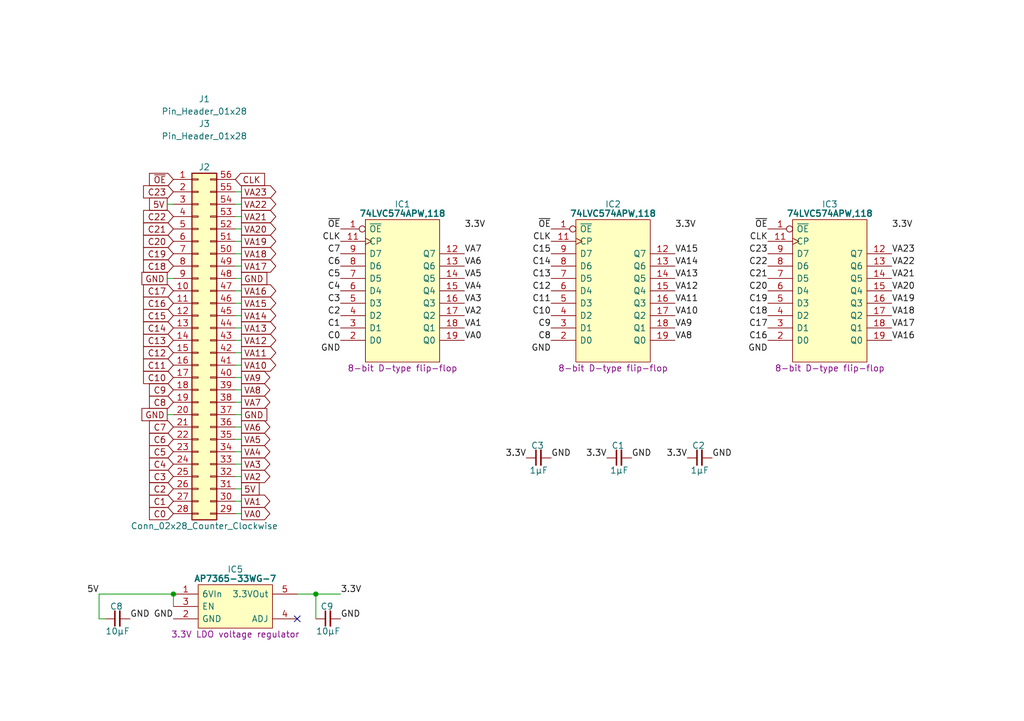
<source format=kicad_sch>
(kicad_sch
	(version 20250114)
	(generator "eeschema")
	(generator_version "9.0")
	(uuid "337b5f72-8be1-4121-9dc6-479b565482b2")
	(paper "A5")
	(title_block
		(title "D Flip Flop 24bit")
		(date "2025-01-15")
		(rev "V0")
	)
	(lib_symbols
		(symbol "Connector_Generic:Conn_02x28_Counter_Clockwise"
			(pin_names
				(offset 1.016)
				(hide yes)
			)
			(exclude_from_sim no)
			(in_bom yes)
			(on_board yes)
			(property "Reference" "J"
				(at 1.27 35.56 0)
				(effects
					(font
						(size 1.27 1.27)
					)
				)
			)
			(property "Value" "Conn_02x28_Counter_Clockwise"
				(at 1.27 -38.1 0)
				(effects
					(font
						(size 1.27 1.27)
					)
				)
			)
			(property "Footprint" ""
				(at 0 0 0)
				(effects
					(font
						(size 1.27 1.27)
					)
					(hide yes)
				)
			)
			(property "Datasheet" "~"
				(at 0 0 0)
				(effects
					(font
						(size 1.27 1.27)
					)
					(hide yes)
				)
			)
			(property "Description" "Generic connector, double row, 02x28, counter clockwise pin numbering scheme (similar to DIP package numbering), script generated (kicad-library-utils/schlib/autogen/connector/)"
				(at 0 0 0)
				(effects
					(font
						(size 1.27 1.27)
					)
					(hide yes)
				)
			)
			(property "ki_keywords" "connector"
				(at 0 0 0)
				(effects
					(font
						(size 1.27 1.27)
					)
					(hide yes)
				)
			)
			(property "ki_fp_filters" "Connector*:*_2x??_*"
				(at 0 0 0)
				(effects
					(font
						(size 1.27 1.27)
					)
					(hide yes)
				)
			)
			(symbol "Conn_02x28_Counter_Clockwise_1_1"
				(rectangle
					(start -1.27 34.29)
					(end 3.81 -36.83)
					(stroke
						(width 0.254)
						(type default)
					)
					(fill
						(type background)
					)
				)
				(rectangle
					(start -1.27 33.147)
					(end 0 32.893)
					(stroke
						(width 0.1524)
						(type default)
					)
					(fill
						(type none)
					)
				)
				(rectangle
					(start -1.27 30.607)
					(end 0 30.353)
					(stroke
						(width 0.1524)
						(type default)
					)
					(fill
						(type none)
					)
				)
				(rectangle
					(start -1.27 28.067)
					(end 0 27.813)
					(stroke
						(width 0.1524)
						(type default)
					)
					(fill
						(type none)
					)
				)
				(rectangle
					(start -1.27 25.527)
					(end 0 25.273)
					(stroke
						(width 0.1524)
						(type default)
					)
					(fill
						(type none)
					)
				)
				(rectangle
					(start -1.27 22.987)
					(end 0 22.733)
					(stroke
						(width 0.1524)
						(type default)
					)
					(fill
						(type none)
					)
				)
				(rectangle
					(start -1.27 20.447)
					(end 0 20.193)
					(stroke
						(width 0.1524)
						(type default)
					)
					(fill
						(type none)
					)
				)
				(rectangle
					(start -1.27 17.907)
					(end 0 17.653)
					(stroke
						(width 0.1524)
						(type default)
					)
					(fill
						(type none)
					)
				)
				(rectangle
					(start -1.27 15.367)
					(end 0 15.113)
					(stroke
						(width 0.1524)
						(type default)
					)
					(fill
						(type none)
					)
				)
				(rectangle
					(start -1.27 12.827)
					(end 0 12.573)
					(stroke
						(width 0.1524)
						(type default)
					)
					(fill
						(type none)
					)
				)
				(rectangle
					(start -1.27 10.287)
					(end 0 10.033)
					(stroke
						(width 0.1524)
						(type default)
					)
					(fill
						(type none)
					)
				)
				(rectangle
					(start -1.27 7.747)
					(end 0 7.493)
					(stroke
						(width 0.1524)
						(type default)
					)
					(fill
						(type none)
					)
				)
				(rectangle
					(start -1.27 5.207)
					(end 0 4.953)
					(stroke
						(width 0.1524)
						(type default)
					)
					(fill
						(type none)
					)
				)
				(rectangle
					(start -1.27 2.667)
					(end 0 2.413)
					(stroke
						(width 0.1524)
						(type default)
					)
					(fill
						(type none)
					)
				)
				(rectangle
					(start -1.27 0.127)
					(end 0 -0.127)
					(stroke
						(width 0.1524)
						(type default)
					)
					(fill
						(type none)
					)
				)
				(rectangle
					(start -1.27 -2.413)
					(end 0 -2.667)
					(stroke
						(width 0.1524)
						(type default)
					)
					(fill
						(type none)
					)
				)
				(rectangle
					(start -1.27 -4.953)
					(end 0 -5.207)
					(stroke
						(width 0.1524)
						(type default)
					)
					(fill
						(type none)
					)
				)
				(rectangle
					(start -1.27 -7.493)
					(end 0 -7.747)
					(stroke
						(width 0.1524)
						(type default)
					)
					(fill
						(type none)
					)
				)
				(rectangle
					(start -1.27 -10.033)
					(end 0 -10.287)
					(stroke
						(width 0.1524)
						(type default)
					)
					(fill
						(type none)
					)
				)
				(rectangle
					(start -1.27 -12.573)
					(end 0 -12.827)
					(stroke
						(width 0.1524)
						(type default)
					)
					(fill
						(type none)
					)
				)
				(rectangle
					(start -1.27 -15.113)
					(end 0 -15.367)
					(stroke
						(width 0.1524)
						(type default)
					)
					(fill
						(type none)
					)
				)
				(rectangle
					(start -1.27 -17.653)
					(end 0 -17.907)
					(stroke
						(width 0.1524)
						(type default)
					)
					(fill
						(type none)
					)
				)
				(rectangle
					(start -1.27 -20.193)
					(end 0 -20.447)
					(stroke
						(width 0.1524)
						(type default)
					)
					(fill
						(type none)
					)
				)
				(rectangle
					(start -1.27 -22.733)
					(end 0 -22.987)
					(stroke
						(width 0.1524)
						(type default)
					)
					(fill
						(type none)
					)
				)
				(rectangle
					(start -1.27 -25.273)
					(end 0 -25.527)
					(stroke
						(width 0.1524)
						(type default)
					)
					(fill
						(type none)
					)
				)
				(rectangle
					(start -1.27 -27.813)
					(end 0 -28.067)
					(stroke
						(width 0.1524)
						(type default)
					)
					(fill
						(type none)
					)
				)
				(rectangle
					(start -1.27 -30.353)
					(end 0 -30.607)
					(stroke
						(width 0.1524)
						(type default)
					)
					(fill
						(type none)
					)
				)
				(rectangle
					(start -1.27 -32.893)
					(end 0 -33.147)
					(stroke
						(width 0.1524)
						(type default)
					)
					(fill
						(type none)
					)
				)
				(rectangle
					(start -1.27 -35.433)
					(end 0 -35.687)
					(stroke
						(width 0.1524)
						(type default)
					)
					(fill
						(type none)
					)
				)
				(rectangle
					(start 3.81 33.147)
					(end 2.54 32.893)
					(stroke
						(width 0.1524)
						(type default)
					)
					(fill
						(type none)
					)
				)
				(rectangle
					(start 3.81 30.607)
					(end 2.54 30.353)
					(stroke
						(width 0.1524)
						(type default)
					)
					(fill
						(type none)
					)
				)
				(rectangle
					(start 3.81 28.067)
					(end 2.54 27.813)
					(stroke
						(width 0.1524)
						(type default)
					)
					(fill
						(type none)
					)
				)
				(rectangle
					(start 3.81 25.527)
					(end 2.54 25.273)
					(stroke
						(width 0.1524)
						(type default)
					)
					(fill
						(type none)
					)
				)
				(rectangle
					(start 3.81 22.987)
					(end 2.54 22.733)
					(stroke
						(width 0.1524)
						(type default)
					)
					(fill
						(type none)
					)
				)
				(rectangle
					(start 3.81 20.447)
					(end 2.54 20.193)
					(stroke
						(width 0.1524)
						(type default)
					)
					(fill
						(type none)
					)
				)
				(rectangle
					(start 3.81 17.907)
					(end 2.54 17.653)
					(stroke
						(width 0.1524)
						(type default)
					)
					(fill
						(type none)
					)
				)
				(rectangle
					(start 3.81 15.367)
					(end 2.54 15.113)
					(stroke
						(width 0.1524)
						(type default)
					)
					(fill
						(type none)
					)
				)
				(rectangle
					(start 3.81 12.827)
					(end 2.54 12.573)
					(stroke
						(width 0.1524)
						(type default)
					)
					(fill
						(type none)
					)
				)
				(rectangle
					(start 3.81 10.287)
					(end 2.54 10.033)
					(stroke
						(width 0.1524)
						(type default)
					)
					(fill
						(type none)
					)
				)
				(rectangle
					(start 3.81 7.747)
					(end 2.54 7.493)
					(stroke
						(width 0.1524)
						(type default)
					)
					(fill
						(type none)
					)
				)
				(rectangle
					(start 3.81 5.207)
					(end 2.54 4.953)
					(stroke
						(width 0.1524)
						(type default)
					)
					(fill
						(type none)
					)
				)
				(rectangle
					(start 3.81 2.667)
					(end 2.54 2.413)
					(stroke
						(width 0.1524)
						(type default)
					)
					(fill
						(type none)
					)
				)
				(rectangle
					(start 3.81 0.127)
					(end 2.54 -0.127)
					(stroke
						(width 0.1524)
						(type default)
					)
					(fill
						(type none)
					)
				)
				(rectangle
					(start 3.81 -2.413)
					(end 2.54 -2.667)
					(stroke
						(width 0.1524)
						(type default)
					)
					(fill
						(type none)
					)
				)
				(rectangle
					(start 3.81 -4.953)
					(end 2.54 -5.207)
					(stroke
						(width 0.1524)
						(type default)
					)
					(fill
						(type none)
					)
				)
				(rectangle
					(start 3.81 -7.493)
					(end 2.54 -7.747)
					(stroke
						(width 0.1524)
						(type default)
					)
					(fill
						(type none)
					)
				)
				(rectangle
					(start 3.81 -10.033)
					(end 2.54 -10.287)
					(stroke
						(width 0.1524)
						(type default)
					)
					(fill
						(type none)
					)
				)
				(rectangle
					(start 3.81 -12.573)
					(end 2.54 -12.827)
					(stroke
						(width 0.1524)
						(type default)
					)
					(fill
						(type none)
					)
				)
				(rectangle
					(start 3.81 -15.113)
					(end 2.54 -15.367)
					(stroke
						(width 0.1524)
						(type default)
					)
					(fill
						(type none)
					)
				)
				(rectangle
					(start 3.81 -17.653)
					(end 2.54 -17.907)
					(stroke
						(width 0.1524)
						(type default)
					)
					(fill
						(type none)
					)
				)
				(rectangle
					(start 3.81 -20.193)
					(end 2.54 -20.447)
					(stroke
						(width 0.1524)
						(type default)
					)
					(fill
						(type none)
					)
				)
				(rectangle
					(start 3.81 -22.733)
					(end 2.54 -22.987)
					(stroke
						(width 0.1524)
						(type default)
					)
					(fill
						(type none)
					)
				)
				(rectangle
					(start 3.81 -25.273)
					(end 2.54 -25.527)
					(stroke
						(width 0.1524)
						(type default)
					)
					(fill
						(type none)
					)
				)
				(rectangle
					(start 3.81 -27.813)
					(end 2.54 -28.067)
					(stroke
						(width 0.1524)
						(type default)
					)
					(fill
						(type none)
					)
				)
				(rectangle
					(start 3.81 -30.353)
					(end 2.54 -30.607)
					(stroke
						(width 0.1524)
						(type default)
					)
					(fill
						(type none)
					)
				)
				(rectangle
					(start 3.81 -32.893)
					(end 2.54 -33.147)
					(stroke
						(width 0.1524)
						(type default)
					)
					(fill
						(type none)
					)
				)
				(rectangle
					(start 3.81 -35.433)
					(end 2.54 -35.687)
					(stroke
						(width 0.1524)
						(type default)
					)
					(fill
						(type none)
					)
				)
				(pin passive line
					(at -5.08 33.02 0)
					(length 3.81)
					(name "Pin_1"
						(effects
							(font
								(size 1.27 1.27)
							)
						)
					)
					(number "1"
						(effects
							(font
								(size 1.27 1.27)
							)
						)
					)
				)
				(pin passive line
					(at -5.08 30.48 0)
					(length 3.81)
					(name "Pin_2"
						(effects
							(font
								(size 1.27 1.27)
							)
						)
					)
					(number "2"
						(effects
							(font
								(size 1.27 1.27)
							)
						)
					)
				)
				(pin passive line
					(at -5.08 27.94 0)
					(length 3.81)
					(name "Pin_3"
						(effects
							(font
								(size 1.27 1.27)
							)
						)
					)
					(number "3"
						(effects
							(font
								(size 1.27 1.27)
							)
						)
					)
				)
				(pin passive line
					(at -5.08 25.4 0)
					(length 3.81)
					(name "Pin_4"
						(effects
							(font
								(size 1.27 1.27)
							)
						)
					)
					(number "4"
						(effects
							(font
								(size 1.27 1.27)
							)
						)
					)
				)
				(pin passive line
					(at -5.08 22.86 0)
					(length 3.81)
					(name "Pin_5"
						(effects
							(font
								(size 1.27 1.27)
							)
						)
					)
					(number "5"
						(effects
							(font
								(size 1.27 1.27)
							)
						)
					)
				)
				(pin passive line
					(at -5.08 20.32 0)
					(length 3.81)
					(name "Pin_6"
						(effects
							(font
								(size 1.27 1.27)
							)
						)
					)
					(number "6"
						(effects
							(font
								(size 1.27 1.27)
							)
						)
					)
				)
				(pin passive line
					(at -5.08 17.78 0)
					(length 3.81)
					(name "Pin_7"
						(effects
							(font
								(size 1.27 1.27)
							)
						)
					)
					(number "7"
						(effects
							(font
								(size 1.27 1.27)
							)
						)
					)
				)
				(pin passive line
					(at -5.08 15.24 0)
					(length 3.81)
					(name "Pin_8"
						(effects
							(font
								(size 1.27 1.27)
							)
						)
					)
					(number "8"
						(effects
							(font
								(size 1.27 1.27)
							)
						)
					)
				)
				(pin passive line
					(at -5.08 12.7 0)
					(length 3.81)
					(name "Pin_9"
						(effects
							(font
								(size 1.27 1.27)
							)
						)
					)
					(number "9"
						(effects
							(font
								(size 1.27 1.27)
							)
						)
					)
				)
				(pin passive line
					(at -5.08 10.16 0)
					(length 3.81)
					(name "Pin_10"
						(effects
							(font
								(size 1.27 1.27)
							)
						)
					)
					(number "10"
						(effects
							(font
								(size 1.27 1.27)
							)
						)
					)
				)
				(pin passive line
					(at -5.08 7.62 0)
					(length 3.81)
					(name "Pin_11"
						(effects
							(font
								(size 1.27 1.27)
							)
						)
					)
					(number "11"
						(effects
							(font
								(size 1.27 1.27)
							)
						)
					)
				)
				(pin passive line
					(at -5.08 5.08 0)
					(length 3.81)
					(name "Pin_12"
						(effects
							(font
								(size 1.27 1.27)
							)
						)
					)
					(number "12"
						(effects
							(font
								(size 1.27 1.27)
							)
						)
					)
				)
				(pin passive line
					(at -5.08 2.54 0)
					(length 3.81)
					(name "Pin_13"
						(effects
							(font
								(size 1.27 1.27)
							)
						)
					)
					(number "13"
						(effects
							(font
								(size 1.27 1.27)
							)
						)
					)
				)
				(pin passive line
					(at -5.08 0 0)
					(length 3.81)
					(name "Pin_14"
						(effects
							(font
								(size 1.27 1.27)
							)
						)
					)
					(number "14"
						(effects
							(font
								(size 1.27 1.27)
							)
						)
					)
				)
				(pin passive line
					(at -5.08 -2.54 0)
					(length 3.81)
					(name "Pin_15"
						(effects
							(font
								(size 1.27 1.27)
							)
						)
					)
					(number "15"
						(effects
							(font
								(size 1.27 1.27)
							)
						)
					)
				)
				(pin passive line
					(at -5.08 -5.08 0)
					(length 3.81)
					(name "Pin_16"
						(effects
							(font
								(size 1.27 1.27)
							)
						)
					)
					(number "16"
						(effects
							(font
								(size 1.27 1.27)
							)
						)
					)
				)
				(pin passive line
					(at -5.08 -7.62 0)
					(length 3.81)
					(name "Pin_17"
						(effects
							(font
								(size 1.27 1.27)
							)
						)
					)
					(number "17"
						(effects
							(font
								(size 1.27 1.27)
							)
						)
					)
				)
				(pin passive line
					(at -5.08 -10.16 0)
					(length 3.81)
					(name "Pin_18"
						(effects
							(font
								(size 1.27 1.27)
							)
						)
					)
					(number "18"
						(effects
							(font
								(size 1.27 1.27)
							)
						)
					)
				)
				(pin passive line
					(at -5.08 -12.7 0)
					(length 3.81)
					(name "Pin_19"
						(effects
							(font
								(size 1.27 1.27)
							)
						)
					)
					(number "19"
						(effects
							(font
								(size 1.27 1.27)
							)
						)
					)
				)
				(pin passive line
					(at -5.08 -15.24 0)
					(length 3.81)
					(name "Pin_20"
						(effects
							(font
								(size 1.27 1.27)
							)
						)
					)
					(number "20"
						(effects
							(font
								(size 1.27 1.27)
							)
						)
					)
				)
				(pin passive line
					(at -5.08 -17.78 0)
					(length 3.81)
					(name "Pin_21"
						(effects
							(font
								(size 1.27 1.27)
							)
						)
					)
					(number "21"
						(effects
							(font
								(size 1.27 1.27)
							)
						)
					)
				)
				(pin passive line
					(at -5.08 -20.32 0)
					(length 3.81)
					(name "Pin_22"
						(effects
							(font
								(size 1.27 1.27)
							)
						)
					)
					(number "22"
						(effects
							(font
								(size 1.27 1.27)
							)
						)
					)
				)
				(pin passive line
					(at -5.08 -22.86 0)
					(length 3.81)
					(name "Pin_23"
						(effects
							(font
								(size 1.27 1.27)
							)
						)
					)
					(number "23"
						(effects
							(font
								(size 1.27 1.27)
							)
						)
					)
				)
				(pin passive line
					(at -5.08 -25.4 0)
					(length 3.81)
					(name "Pin_24"
						(effects
							(font
								(size 1.27 1.27)
							)
						)
					)
					(number "24"
						(effects
							(font
								(size 1.27 1.27)
							)
						)
					)
				)
				(pin passive line
					(at -5.08 -27.94 0)
					(length 3.81)
					(name "Pin_25"
						(effects
							(font
								(size 1.27 1.27)
							)
						)
					)
					(number "25"
						(effects
							(font
								(size 1.27 1.27)
							)
						)
					)
				)
				(pin passive line
					(at -5.08 -30.48 0)
					(length 3.81)
					(name "Pin_26"
						(effects
							(font
								(size 1.27 1.27)
							)
						)
					)
					(number "26"
						(effects
							(font
								(size 1.27 1.27)
							)
						)
					)
				)
				(pin passive line
					(at -5.08 -33.02 0)
					(length 3.81)
					(name "Pin_27"
						(effects
							(font
								(size 1.27 1.27)
							)
						)
					)
					(number "27"
						(effects
							(font
								(size 1.27 1.27)
							)
						)
					)
				)
				(pin passive line
					(at -5.08 -35.56 0)
					(length 3.81)
					(name "Pin_28"
						(effects
							(font
								(size 1.27 1.27)
							)
						)
					)
					(number "28"
						(effects
							(font
								(size 1.27 1.27)
							)
						)
					)
				)
				(pin passive line
					(at 7.62 33.02 180)
					(length 3.81)
					(name "Pin_56"
						(effects
							(font
								(size 1.27 1.27)
							)
						)
					)
					(number "56"
						(effects
							(font
								(size 1.27 1.27)
							)
						)
					)
				)
				(pin passive line
					(at 7.62 30.48 180)
					(length 3.81)
					(name "Pin_55"
						(effects
							(font
								(size 1.27 1.27)
							)
						)
					)
					(number "55"
						(effects
							(font
								(size 1.27 1.27)
							)
						)
					)
				)
				(pin passive line
					(at 7.62 27.94 180)
					(length 3.81)
					(name "Pin_54"
						(effects
							(font
								(size 1.27 1.27)
							)
						)
					)
					(number "54"
						(effects
							(font
								(size 1.27 1.27)
							)
						)
					)
				)
				(pin passive line
					(at 7.62 25.4 180)
					(length 3.81)
					(name "Pin_53"
						(effects
							(font
								(size 1.27 1.27)
							)
						)
					)
					(number "53"
						(effects
							(font
								(size 1.27 1.27)
							)
						)
					)
				)
				(pin passive line
					(at 7.62 22.86 180)
					(length 3.81)
					(name "Pin_52"
						(effects
							(font
								(size 1.27 1.27)
							)
						)
					)
					(number "52"
						(effects
							(font
								(size 1.27 1.27)
							)
						)
					)
				)
				(pin passive line
					(at 7.62 20.32 180)
					(length 3.81)
					(name "Pin_51"
						(effects
							(font
								(size 1.27 1.27)
							)
						)
					)
					(number "51"
						(effects
							(font
								(size 1.27 1.27)
							)
						)
					)
				)
				(pin passive line
					(at 7.62 17.78 180)
					(length 3.81)
					(name "Pin_50"
						(effects
							(font
								(size 1.27 1.27)
							)
						)
					)
					(number "50"
						(effects
							(font
								(size 1.27 1.27)
							)
						)
					)
				)
				(pin passive line
					(at 7.62 15.24 180)
					(length 3.81)
					(name "Pin_49"
						(effects
							(font
								(size 1.27 1.27)
							)
						)
					)
					(number "49"
						(effects
							(font
								(size 1.27 1.27)
							)
						)
					)
				)
				(pin passive line
					(at 7.62 12.7 180)
					(length 3.81)
					(name "Pin_48"
						(effects
							(font
								(size 1.27 1.27)
							)
						)
					)
					(number "48"
						(effects
							(font
								(size 1.27 1.27)
							)
						)
					)
				)
				(pin passive line
					(at 7.62 10.16 180)
					(length 3.81)
					(name "Pin_47"
						(effects
							(font
								(size 1.27 1.27)
							)
						)
					)
					(number "47"
						(effects
							(font
								(size 1.27 1.27)
							)
						)
					)
				)
				(pin passive line
					(at 7.62 7.62 180)
					(length 3.81)
					(name "Pin_46"
						(effects
							(font
								(size 1.27 1.27)
							)
						)
					)
					(number "46"
						(effects
							(font
								(size 1.27 1.27)
							)
						)
					)
				)
				(pin passive line
					(at 7.62 5.08 180)
					(length 3.81)
					(name "Pin_45"
						(effects
							(font
								(size 1.27 1.27)
							)
						)
					)
					(number "45"
						(effects
							(font
								(size 1.27 1.27)
							)
						)
					)
				)
				(pin passive line
					(at 7.62 2.54 180)
					(length 3.81)
					(name "Pin_44"
						(effects
							(font
								(size 1.27 1.27)
							)
						)
					)
					(number "44"
						(effects
							(font
								(size 1.27 1.27)
							)
						)
					)
				)
				(pin passive line
					(at 7.62 0 180)
					(length 3.81)
					(name "Pin_43"
						(effects
							(font
								(size 1.27 1.27)
							)
						)
					)
					(number "43"
						(effects
							(font
								(size 1.27 1.27)
							)
						)
					)
				)
				(pin passive line
					(at 7.62 -2.54 180)
					(length 3.81)
					(name "Pin_42"
						(effects
							(font
								(size 1.27 1.27)
							)
						)
					)
					(number "42"
						(effects
							(font
								(size 1.27 1.27)
							)
						)
					)
				)
				(pin passive line
					(at 7.62 -5.08 180)
					(length 3.81)
					(name "Pin_41"
						(effects
							(font
								(size 1.27 1.27)
							)
						)
					)
					(number "41"
						(effects
							(font
								(size 1.27 1.27)
							)
						)
					)
				)
				(pin passive line
					(at 7.62 -7.62 180)
					(length 3.81)
					(name "Pin_40"
						(effects
							(font
								(size 1.27 1.27)
							)
						)
					)
					(number "40"
						(effects
							(font
								(size 1.27 1.27)
							)
						)
					)
				)
				(pin passive line
					(at 7.62 -10.16 180)
					(length 3.81)
					(name "Pin_39"
						(effects
							(font
								(size 1.27 1.27)
							)
						)
					)
					(number "39"
						(effects
							(font
								(size 1.27 1.27)
							)
						)
					)
				)
				(pin passive line
					(at 7.62 -12.7 180)
					(length 3.81)
					(name "Pin_38"
						(effects
							(font
								(size 1.27 1.27)
							)
						)
					)
					(number "38"
						(effects
							(font
								(size 1.27 1.27)
							)
						)
					)
				)
				(pin passive line
					(at 7.62 -15.24 180)
					(length 3.81)
					(name "Pin_37"
						(effects
							(font
								(size 1.27 1.27)
							)
						)
					)
					(number "37"
						(effects
							(font
								(size 1.27 1.27)
							)
						)
					)
				)
				(pin passive line
					(at 7.62 -17.78 180)
					(length 3.81)
					(name "Pin_36"
						(effects
							(font
								(size 1.27 1.27)
							)
						)
					)
					(number "36"
						(effects
							(font
								(size 1.27 1.27)
							)
						)
					)
				)
				(pin passive line
					(at 7.62 -20.32 180)
					(length 3.81)
					(name "Pin_35"
						(effects
							(font
								(size 1.27 1.27)
							)
						)
					)
					(number "35"
						(effects
							(font
								(size 1.27 1.27)
							)
						)
					)
				)
				(pin passive line
					(at 7.62 -22.86 180)
					(length 3.81)
					(name "Pin_34"
						(effects
							(font
								(size 1.27 1.27)
							)
						)
					)
					(number "34"
						(effects
							(font
								(size 1.27 1.27)
							)
						)
					)
				)
				(pin passive line
					(at 7.62 -25.4 180)
					(length 3.81)
					(name "Pin_33"
						(effects
							(font
								(size 1.27 1.27)
							)
						)
					)
					(number "33"
						(effects
							(font
								(size 1.27 1.27)
							)
						)
					)
				)
				(pin passive line
					(at 7.62 -27.94 180)
					(length 3.81)
					(name "Pin_32"
						(effects
							(font
								(size 1.27 1.27)
							)
						)
					)
					(number "32"
						(effects
							(font
								(size 1.27 1.27)
							)
						)
					)
				)
				(pin passive line
					(at 7.62 -30.48 180)
					(length 3.81)
					(name "Pin_31"
						(effects
							(font
								(size 1.27 1.27)
							)
						)
					)
					(number "31"
						(effects
							(font
								(size 1.27 1.27)
							)
						)
					)
				)
				(pin passive line
					(at 7.62 -33.02 180)
					(length 3.81)
					(name "Pin_30"
						(effects
							(font
								(size 1.27 1.27)
							)
						)
					)
					(number "30"
						(effects
							(font
								(size 1.27 1.27)
							)
						)
					)
				)
				(pin passive line
					(at 7.62 -35.56 180)
					(length 3.81)
					(name "Pin_29"
						(effects
							(font
								(size 1.27 1.27)
							)
						)
					)
					(number "29"
						(effects
							(font
								(size 1.27 1.27)
							)
						)
					)
				)
			)
			(embedded_fonts no)
		)
		(symbol "Diodes_Inc:AP7365-33WG-7"
			(pin_names
				(offset 0.762)
			)
			(exclude_from_sim no)
			(in_bom yes)
			(on_board yes)
			(property "Reference" "IC"
				(at 12.7 5.08 0)
				(effects
					(font
						(size 1.27 1.27)
					)
				)
			)
			(property "Value" "AP7365-33WG-7"
				(at 12.7 3.175 0)
				(effects
					(font
						(size 1.27 1.27)
						(bold yes)
					)
				)
			)
			(property "Footprint" "SamacSys_Parts:SOT95P285X130-5N"
				(at 21.59 -14.605 0)
				(effects
					(font
						(size 1.27 1.27)
					)
					(justify left)
					(hide yes)
				)
			)
			(property "Datasheet" "https://componentsearchengine.com/Datasheets/1/AP7365-33WG-7.pdf"
				(at 21.59 -17.145 0)
				(effects
					(font
						(size 1.27 1.27)
					)
					(justify left)
					(hide yes)
				)
			)
			(property "Description" "3.3V LDO voltage regulator"
				(at 12.7 -8.255 0)
				(effects
					(font
						(size 1.27 1.27)
					)
				)
			)
			(property "Height" "1.3"
				(at 21.59 -19.685 0)
				(effects
					(font
						(size 1.27 1.27)
					)
					(justify left)
					(hide yes)
				)
			)
			(property "Manufacturer_Name" "Diodes Inc."
				(at 21.59 -22.225 0)
				(effects
					(font
						(size 1.27 1.27)
					)
					(justify left)
					(hide yes)
				)
			)
			(property "Manufacturer_Part_Number" "AP7365-33WG-7"
				(at 21.59 -24.765 0)
				(effects
					(font
						(size 1.27 1.27)
					)
					(justify left)
					(hide yes)
				)
			)
			(property "Mouser Part Number" "621-AP7365-33WG-7"
				(at 21.59 -27.305 0)
				(effects
					(font
						(size 1.27 1.27)
					)
					(justify left)
					(hide yes)
				)
			)
			(property "Mouser Price/Stock" "https://www.mouser.co.uk/ProductDetail/Diodes-Incorporated/AP7365-33WG-7?qs=abZ1nkZpTuOZFvxvoFPL0w%3D%3D"
				(at 21.59 -29.845 0)
				(effects
					(font
						(size 1.27 1.27)
					)
					(justify left)
					(hide yes)
				)
			)
			(property "Arrow Part Number" "AP7365-33WG-7"
				(at 21.59 -32.385 0)
				(effects
					(font
						(size 1.27 1.27)
					)
					(justify left)
					(hide yes)
				)
			)
			(property "Arrow Price/Stock" "https://www.arrow.com/en/products/ap7365-33wg-7/diodes-incorporated?region=nac"
				(at 21.59 -34.925 0)
				(effects
					(font
						(size 1.27 1.27)
					)
					(justify left)
					(hide yes)
				)
			)
			(property "Silkscreen" "AP7365"
				(at 21.59 -12.065 0)
				(effects
					(font
						(size 1.27 1.27)
					)
					(justify left)
					(hide yes)
				)
			)
			(symbol "AP7365-33WG-7_0_0"
				(pin input line
					(at 0 -2.54 0)
					(length 5.08)
					(name "EN"
						(effects
							(font
								(size 1.27 1.27)
							)
						)
					)
					(number "3"
						(effects
							(font
								(size 1.27 1.27)
							)
						)
					)
				)
				(pin passive line
					(at 0 -5.08 0)
					(length 5.08)
					(name "GND"
						(effects
							(font
								(size 1.27 1.27)
							)
						)
					)
					(number "2"
						(effects
							(font
								(size 1.27 1.27)
							)
						)
					)
				)
				(pin passive line
					(at 25.4 -5.08 180)
					(length 5.08)
					(name "ADJ"
						(effects
							(font
								(size 1.27 1.27)
							)
						)
					)
					(number "4"
						(effects
							(font
								(size 1.27 1.27)
							)
						)
					)
				)
			)
			(symbol "AP7365-33WG-7_0_1"
				(polyline
					(pts
						(xy 5.08 1.905) (xy 20.32 1.905) (xy 20.32 -6.985) (xy 5.08 -6.985) (xy 5.08 1.905)
					)
					(stroke
						(width 0)
						(type default)
					)
					(fill
						(type background)
					)
				)
			)
			(symbol "AP7365-33WG-7_1_0"
				(pin passive line
					(at 0 0 0)
					(length 5.08)
					(name "6VIn"
						(effects
							(font
								(size 1.27 1.27)
							)
						)
					)
					(number "1"
						(effects
							(font
								(size 1.27 1.27)
							)
						)
					)
				)
				(pin passive line
					(at 25.4 0 180)
					(length 5.08)
					(name "3.3VOut"
						(effects
							(font
								(size 1.27 1.27)
							)
						)
					)
					(number "5"
						(effects
							(font
								(size 1.27 1.27)
							)
						)
					)
				)
			)
			(embedded_fonts no)
		)
		(symbol "HCP65:C_0805"
			(pin_numbers
				(hide yes)
			)
			(pin_names
				(offset 0.254)
				(hide yes)
			)
			(exclude_from_sim no)
			(in_bom yes)
			(on_board yes)
			(property "Reference" "C"
				(at 2.286 2.54 0)
				(effects
					(font
						(size 1.27 1.27)
					)
				)
			)
			(property "Value" "?μF"
				(at 2.54 -2.54 0)
				(effects
					(font
						(size 1.27 1.27)
					)
				)
			)
			(property "Footprint" "SamacSys_Parts:C_0805"
				(at 16.764 -7.62 0)
				(effects
					(font
						(size 1.27 1.27)
					)
					(hide yes)
				)
			)
			(property "Datasheet" ""
				(at 2.2225 0.3175 90)
				(effects
					(font
						(size 1.27 1.27)
					)
					(hide yes)
				)
			)
			(property "Description" ""
				(at 0 0 0)
				(effects
					(font
						(size 1.27 1.27)
					)
					(hide yes)
				)
			)
			(property "ki_keywords" "capacitor cap"
				(at 0 0 0)
				(effects
					(font
						(size 1.27 1.27)
					)
					(hide yes)
				)
			)
			(property "ki_fp_filters" "C_*"
				(at 0 0 0)
				(effects
					(font
						(size 1.27 1.27)
					)
					(hide yes)
				)
			)
			(symbol "C_0805_0_1"
				(polyline
					(pts
						(xy 1.9685 -1.4605) (xy 1.9685 1.5875)
					)
					(stroke
						(width 0.3048)
						(type default)
					)
					(fill
						(type none)
					)
				)
				(polyline
					(pts
						(xy 2.9845 -1.4605) (xy 2.9845 1.5875)
					)
					(stroke
						(width 0.3302)
						(type default)
					)
					(fill
						(type none)
					)
				)
			)
			(symbol "C_0805_1_1"
				(pin passive line
					(at 0 0 0)
					(length 2.032)
					(name "~"
						(effects
							(font
								(size 1.27 1.27)
							)
						)
					)
					(number "1"
						(effects
							(font
								(size 1.27 1.27)
							)
						)
					)
				)
				(pin passive line
					(at 5.08 0 180)
					(length 2.032)
					(name "~"
						(effects
							(font
								(size 1.27 1.27)
							)
						)
					)
					(number "2"
						(effects
							(font
								(size 1.27 1.27)
							)
						)
					)
				)
			)
			(embedded_fonts no)
		)
		(symbol "HCP65:Pin_Header_01x32"
			(pin_names
				(offset 1.016)
				(hide yes)
			)
			(exclude_from_sim no)
			(in_bom yes)
			(on_board yes)
			(property "Reference" "J"
				(at 0 1.27 0)
				(effects
					(font
						(size 1.27 1.27)
					)
				)
			)
			(property "Value" "Pin_Header_01x32"
				(at 0 -1.27 0)
				(effects
					(font
						(size 1.27 1.27)
					)
				)
			)
			(property "Footprint" "SamacSys_Parts:PinHeader_1x32_P2.54mm_Vertical"
				(at 0 -3.81 0)
				(effects
					(font
						(size 1.27 1.27)
					)
					(hide yes)
				)
			)
			(property "Datasheet" "~"
				(at -5.08 0 0)
				(effects
					(font
						(size 1.27 1.27)
					)
					(hide yes)
				)
			)
			(property "Description" ""
				(at 0 0 0)
				(effects
					(font
						(size 1.27 1.27)
					)
					(hide yes)
				)
			)
			(property "ki_fp_filters" "Connector*:*_1x??_*"
				(at 0 0 0)
				(effects
					(font
						(size 1.27 1.27)
					)
					(hide yes)
				)
			)
			(embedded_fonts no)
		)
		(symbol "Nexperia:74LVC574APW,118"
			(pin_names
				(offset 0.762)
			)
			(exclude_from_sim no)
			(in_bom yes)
			(on_board yes)
			(property "Reference" "IC"
				(at 12.7 5.08 0)
				(effects
					(font
						(size 1.27 1.27)
					)
				)
			)
			(property "Value" "74LVC574APW,118"
				(at 12.7 3.175 0)
				(effects
					(font
						(size 1.27 1.27)
						(bold yes)
					)
				)
			)
			(property "Footprint" "SamacSys_Parts:SOP65P640X110-20N"
				(at 26.67 -30.48 0)
				(effects
					(font
						(size 1.27 1.27)
					)
					(justify left)
					(hide yes)
				)
			)
			(property "Datasheet" "https://assets.nexperia.com/documents/data-sheet/74LVC574A.pdf"
				(at 26.67 -33.02 0)
				(effects
					(font
						(size 1.27 1.27)
					)
					(justify left)
					(hide yes)
				)
			)
			(property "Description" "8-bit D-type flip-flop"
				(at 12.7 -28.575 0)
				(effects
					(font
						(size 1.27 1.27)
					)
				)
			)
			(property "Height" "1.1"
				(at 26.67 -38.1 0)
				(effects
					(font
						(size 1.27 1.27)
					)
					(justify left)
					(hide yes)
				)
			)
			(property "Manufacturer_Name" "Nexperia"
				(at 26.67 -40.64 0)
				(effects
					(font
						(size 1.27 1.27)
					)
					(justify left)
					(hide yes)
				)
			)
			(property "Manufacturer_Part_Number" "74LVC574APW,118"
				(at 26.67 -43.18 0)
				(effects
					(font
						(size 1.27 1.27)
					)
					(justify left)
					(hide yes)
				)
			)
			(property "Mouser Part Number" "771-74LVC574APW-T"
				(at 26.67 -45.72 0)
				(effects
					(font
						(size 1.27 1.27)
					)
					(justify left)
					(hide yes)
				)
			)
			(property "Mouser Price/Stock" "https://www.mouser.co.uk/ProductDetail/Nexperia/74LVC574APW118?qs=me8TqzrmIYXFXrN3QSTUuw%3D%3D"
				(at 26.67 -48.26 0)
				(effects
					(font
						(size 1.27 1.27)
					)
					(justify left)
					(hide yes)
				)
			)
			(property "Silkscreen" "74LVC574"
				(at 12.7 -31.115 0)
				(effects
					(font
						(size 1.27 1.27)
					)
					(hide yes)
				)
			)
			(property "Garbage" "74LVC574A - Octal D-type flip-flop with 5 V tolerant inputs/outputs; positive edge-trigger (3-state)@en-us"
				(at 0 0 0)
				(effects
					(font
						(size 1.27 1.27)
					)
					(hide yes)
				)
			)
			(symbol "74LVC574APW,118_0_0"
				(pin input inverted
					(at 0 0 0)
					(length 5.08)
					(name "~{OE}"
						(effects
							(font
								(size 1.27 1.27)
							)
						)
					)
					(number "1"
						(effects
							(font
								(size 1.27 1.27)
							)
						)
					)
				)
				(pin input clock
					(at 0 -2.54 0)
					(length 5.08)
					(name "CP"
						(effects
							(font
								(size 1.27 1.27)
							)
						)
					)
					(number "11"
						(effects
							(font
								(size 1.27 1.27)
							)
						)
					)
				)
				(pin input line
					(at 0 -5.08 0)
					(length 5.08)
					(name "D7"
						(effects
							(font
								(size 1.27 1.27)
							)
						)
					)
					(number "9"
						(effects
							(font
								(size 1.27 1.27)
							)
						)
					)
				)
				(pin input line
					(at 0 -7.62 0)
					(length 5.08)
					(name "D6"
						(effects
							(font
								(size 1.27 1.27)
							)
						)
					)
					(number "8"
						(effects
							(font
								(size 1.27 1.27)
							)
						)
					)
				)
				(pin input line
					(at 0 -10.16 0)
					(length 5.08)
					(name "D5"
						(effects
							(font
								(size 1.27 1.27)
							)
						)
					)
					(number "7"
						(effects
							(font
								(size 1.27 1.27)
							)
						)
					)
				)
				(pin input line
					(at 0 -12.7 0)
					(length 5.08)
					(name "D4"
						(effects
							(font
								(size 1.27 1.27)
							)
						)
					)
					(number "6"
						(effects
							(font
								(size 1.27 1.27)
							)
						)
					)
				)
				(pin input line
					(at 0 -15.24 0)
					(length 5.08)
					(name "D3"
						(effects
							(font
								(size 1.27 1.27)
							)
						)
					)
					(number "5"
						(effects
							(font
								(size 1.27 1.27)
							)
						)
					)
				)
				(pin input line
					(at 0 -17.78 0)
					(length 5.08)
					(name "D2"
						(effects
							(font
								(size 1.27 1.27)
							)
						)
					)
					(number "4"
						(effects
							(font
								(size 1.27 1.27)
							)
						)
					)
				)
				(pin input line
					(at 0 -20.32 0)
					(length 5.08)
					(name "D1"
						(effects
							(font
								(size 1.27 1.27)
							)
						)
					)
					(number "3"
						(effects
							(font
								(size 1.27 1.27)
							)
						)
					)
				)
				(pin input line
					(at 0 -22.86 0)
					(length 5.08)
					(name "D0"
						(effects
							(font
								(size 1.27 1.27)
							)
						)
					)
					(number "2"
						(effects
							(font
								(size 1.27 1.27)
							)
						)
					)
				)
				(pin passive line
					(at 0 -25.4 0)
					(length 5.08)
					(hide yes)
					(name "GND"
						(effects
							(font
								(size 1.27 1.27)
							)
						)
					)
					(number "10"
						(effects
							(font
								(size 1.27 1.27)
							)
						)
					)
				)
				(pin passive line
					(at 25.4 0 180)
					(length 5.08)
					(hide yes)
					(name "3V"
						(effects
							(font
								(size 1.27 1.27)
							)
						)
					)
					(number "20"
						(effects
							(font
								(size 1.27 1.27)
							)
						)
					)
				)
				(pin tri_state line
					(at 25.4 -7.62 180)
					(length 5.08)
					(name "Q6"
						(effects
							(font
								(size 1.27 1.27)
							)
						)
					)
					(number "13"
						(effects
							(font
								(size 1.27 1.27)
							)
						)
					)
				)
				(pin tri_state line
					(at 25.4 -10.16 180)
					(length 5.08)
					(name "Q5"
						(effects
							(font
								(size 1.27 1.27)
							)
						)
					)
					(number "14"
						(effects
							(font
								(size 1.27 1.27)
							)
						)
					)
				)
				(pin tri_state line
					(at 25.4 -12.7 180)
					(length 5.08)
					(name "Q4"
						(effects
							(font
								(size 1.27 1.27)
							)
						)
					)
					(number "15"
						(effects
							(font
								(size 1.27 1.27)
							)
						)
					)
				)
				(pin tri_state line
					(at 25.4 -15.24 180)
					(length 5.08)
					(name "Q3"
						(effects
							(font
								(size 1.27 1.27)
							)
						)
					)
					(number "16"
						(effects
							(font
								(size 1.27 1.27)
							)
						)
					)
				)
				(pin tri_state line
					(at 25.4 -17.78 180)
					(length 5.08)
					(name "Q2"
						(effects
							(font
								(size 1.27 1.27)
							)
						)
					)
					(number "17"
						(effects
							(font
								(size 1.27 1.27)
							)
						)
					)
				)
				(pin tri_state line
					(at 25.4 -20.32 180)
					(length 5.08)
					(name "Q1"
						(effects
							(font
								(size 1.27 1.27)
							)
						)
					)
					(number "18"
						(effects
							(font
								(size 1.27 1.27)
							)
						)
					)
				)
				(pin tri_state line
					(at 25.4 -22.86 180)
					(length 5.08)
					(name "Q0"
						(effects
							(font
								(size 1.27 1.27)
							)
						)
					)
					(number "19"
						(effects
							(font
								(size 1.27 1.27)
							)
						)
					)
				)
			)
			(symbol "74LVC574APW,118_0_1"
				(polyline
					(pts
						(xy 5.08 1.905) (xy 20.32 1.905) (xy 20.32 -27.305) (xy 5.08 -27.305) (xy 5.08 1.905)
					)
					(stroke
						(width 0.1524)
						(type default)
					)
					(fill
						(type background)
					)
				)
			)
			(symbol "74LVC574APW,118_1_0"
				(pin tri_state line
					(at 25.4 -5.08 180)
					(length 5.08)
					(name "Q7"
						(effects
							(font
								(size 1.27 1.27)
							)
						)
					)
					(number "12"
						(effects
							(font
								(size 1.27 1.27)
							)
						)
					)
				)
			)
			(embedded_fonts no)
		)
	)
	(junction
		(at 35.56 121.92)
		(diameter 0)
		(color 0 0 0 0)
		(uuid "413af9fc-5730-4581-bcd6-4066802553e7")
	)
	(junction
		(at 64.77 121.92)
		(diameter 0)
		(color 0 0 0 0)
		(uuid "b483095b-b3f1-413b-bfdc-dd45b3a6b7a0")
	)
	(no_connect
		(at 60.96 127)
		(uuid "2acb9f61-7e35-41b1-ad56-ec6ab018021d")
	)
	(wire
		(pts
			(xy 49.53 52.07) (xy 48.26 52.07)
		)
		(stroke
			(width 0)
			(type default)
		)
		(uuid "040c1e4a-0418-41a6-b8bd-79e0b5b2a2a0")
	)
	(wire
		(pts
			(xy 49.53 74.93) (xy 48.26 74.93)
		)
		(stroke
			(width 0)
			(type default)
		)
		(uuid "0ef2d8e0-9ae7-4f33-8199-988e4d4f870b")
	)
	(wire
		(pts
			(xy 49.53 64.77) (xy 48.26 64.77)
		)
		(stroke
			(width 0)
			(type default)
		)
		(uuid "13c9c7bd-1995-4a80-baab-bef82666fa78")
	)
	(wire
		(pts
			(xy 49.53 92.71) (xy 48.26 92.71)
		)
		(stroke
			(width 0)
			(type default)
		)
		(uuid "1c361fea-bad7-444d-9082-7292f7c8dc92")
	)
	(wire
		(pts
			(xy 49.53 49.53) (xy 48.26 49.53)
		)
		(stroke
			(width 0)
			(type default)
		)
		(uuid "1e6aea7b-46a6-48f3-8489-bf0c8dbc9415")
	)
	(wire
		(pts
			(xy 49.53 85.09) (xy 48.26 85.09)
		)
		(stroke
			(width 0)
			(type default)
		)
		(uuid "21a9d5b9-cc0f-4cb7-9197-6468c7600e0f")
	)
	(wire
		(pts
			(xy 49.53 82.55) (xy 48.26 82.55)
		)
		(stroke
			(width 0)
			(type default)
		)
		(uuid "25b67f63-4fa4-4d9a-a969-c6bad8d6603e")
	)
	(wire
		(pts
			(xy 64.77 127) (xy 64.77 121.92)
		)
		(stroke
			(width 0)
			(type default)
		)
		(uuid "26219dd1-99de-4424-b167-2c7dcb1ebc12")
	)
	(wire
		(pts
			(xy 49.53 95.25) (xy 48.26 95.25)
		)
		(stroke
			(width 0)
			(type default)
		)
		(uuid "2efebd31-948c-4809-bbd7-e7776ceea528")
	)
	(wire
		(pts
			(xy 49.53 67.31) (xy 48.26 67.31)
		)
		(stroke
			(width 0)
			(type default)
		)
		(uuid "4e57d9b6-735c-4de3-b835-bf2a24b46d18")
	)
	(wire
		(pts
			(xy 49.53 69.85) (xy 48.26 69.85)
		)
		(stroke
			(width 0)
			(type default)
		)
		(uuid "4e911243-8b99-4f60-a16f-5f40b4a9514c")
	)
	(wire
		(pts
			(xy 20.32 121.92) (xy 35.56 121.92)
		)
		(stroke
			(width 0)
			(type default)
		)
		(uuid "4ebb928e-f2be-4f76-aabe-4749c3ffc63f")
	)
	(wire
		(pts
			(xy 49.53 77.47) (xy 48.26 77.47)
		)
		(stroke
			(width 0)
			(type default)
		)
		(uuid "52a886e4-3531-487e-9894-98d9cc83c233")
	)
	(wire
		(pts
			(xy 49.53 59.69) (xy 48.26 59.69)
		)
		(stroke
			(width 0)
			(type default)
		)
		(uuid "55feda53-8635-4e0e-af9e-04f613db2a16")
	)
	(wire
		(pts
			(xy 49.53 57.15) (xy 48.26 57.15)
		)
		(stroke
			(width 0)
			(type default)
		)
		(uuid "585d278d-a8b0-4d90-9d7e-e9bab78a134d")
	)
	(wire
		(pts
			(xy 49.53 87.63) (xy 48.26 87.63)
		)
		(stroke
			(width 0)
			(type default)
		)
		(uuid "608c96bd-7ec4-43a3-8314-2cb9a9d99316")
	)
	(wire
		(pts
			(xy 49.53 102.87) (xy 48.26 102.87)
		)
		(stroke
			(width 0)
			(type default)
		)
		(uuid "61f35cc5-1ea4-4646-8ac4-19cd895f1afe")
	)
	(wire
		(pts
			(xy 35.56 121.92) (xy 35.56 124.46)
		)
		(stroke
			(width 0)
			(type default)
		)
		(uuid "6bcd95ff-6a51-4ead-aa6a-628fdc2cc852")
	)
	(wire
		(pts
			(xy 49.53 41.91) (xy 48.26 41.91)
		)
		(stroke
			(width 0)
			(type default)
		)
		(uuid "78c352ce-3ba1-4e51-ab72-7436019823b3")
	)
	(wire
		(pts
			(xy 49.53 97.79) (xy 48.26 97.79)
		)
		(stroke
			(width 0)
			(type default)
		)
		(uuid "995fbf48-4eeb-4590-a0a1-ead055aee2c2")
	)
	(wire
		(pts
			(xy 49.53 105.41) (xy 48.26 105.41)
		)
		(stroke
			(width 0)
			(type default)
		)
		(uuid "9f05e23e-a1a2-49df-b998-3c0bf8ee8116")
	)
	(wire
		(pts
			(xy 60.96 121.92) (xy 64.77 121.92)
		)
		(stroke
			(width 0)
			(type default)
		)
		(uuid "a70da8ac-e087-4b2c-bb48-900e71135de0")
	)
	(wire
		(pts
			(xy 49.53 54.61) (xy 48.26 54.61)
		)
		(stroke
			(width 0)
			(type default)
		)
		(uuid "aab0eb8f-98c2-48e2-a756-7c6c703077e2")
	)
	(wire
		(pts
			(xy 49.53 46.99) (xy 48.26 46.99)
		)
		(stroke
			(width 0)
			(type default)
		)
		(uuid "adf7baf0-5341-4e80-9ba1-f2f1bd737331")
	)
	(wire
		(pts
			(xy 49.53 39.37) (xy 48.26 39.37)
		)
		(stroke
			(width 0)
			(type default)
		)
		(uuid "b883467b-5f84-4c79-8aa2-223fe3af9a75")
	)
	(wire
		(pts
			(xy 34.29 57.15) (xy 35.56 57.15)
		)
		(stroke
			(width 0)
			(type default)
		)
		(uuid "baa820e0-570e-44ca-b11a-1b566da9001c")
	)
	(wire
		(pts
			(xy 34.29 85.09) (xy 35.56 85.09)
		)
		(stroke
			(width 0)
			(type default)
		)
		(uuid "c49aa571-b42d-4119-afc8-afb567a1fd16")
	)
	(wire
		(pts
			(xy 20.32 121.92) (xy 20.32 127)
		)
		(stroke
			(width 0)
			(type default)
		)
		(uuid "c80f7ae1-0cda-4c1a-bbb5-9092aef6711c")
	)
	(wire
		(pts
			(xy 49.53 100.33) (xy 48.26 100.33)
		)
		(stroke
			(width 0)
			(type default)
		)
		(uuid "cb094735-2a23-4182-bbe5-9aaacd4c7d51")
	)
	(wire
		(pts
			(xy 49.53 44.45) (xy 48.26 44.45)
		)
		(stroke
			(width 0)
			(type default)
		)
		(uuid "ccb8a293-ad96-4ad5-a00a-dd305b10b5ab")
	)
	(wire
		(pts
			(xy 49.53 80.01) (xy 48.26 80.01)
		)
		(stroke
			(width 0)
			(type default)
		)
		(uuid "d09ef824-a8f9-41c8-84b1-96f0a245664b")
	)
	(wire
		(pts
			(xy 49.53 90.17) (xy 48.26 90.17)
		)
		(stroke
			(width 0)
			(type default)
		)
		(uuid "d46ac94e-4f03-4eeb-b2da-50c5f69ebd5c")
	)
	(wire
		(pts
			(xy 20.32 127) (xy 21.59 127)
		)
		(stroke
			(width 0)
			(type default)
		)
		(uuid "ec59795c-0268-4c6a-8915-70f48d7fb95b")
	)
	(wire
		(pts
			(xy 49.53 62.23) (xy 48.26 62.23)
		)
		(stroke
			(width 0)
			(type default)
		)
		(uuid "f2f5f623-2290-4530-8d01-cf671a4a9aff")
	)
	(wire
		(pts
			(xy 64.77 121.92) (xy 69.85 121.92)
		)
		(stroke
			(width 0)
			(type default)
		)
		(uuid "f5a44683-1946-4e2a-9349-8f328e411edc")
	)
	(wire
		(pts
			(xy 49.53 72.39) (xy 48.26 72.39)
		)
		(stroke
			(width 0)
			(type default)
		)
		(uuid "fe53db1f-2494-4442-a296-cb74f61e8de5")
	)
	(wire
		(pts
			(xy 34.29 41.91) (xy 35.56 41.91)
		)
		(stroke
			(width 0)
			(type default)
		)
		(uuid "ff496741-adc3-4b9d-bb78-7c641a811286")
	)
	(label "VA0"
		(at 95.25 69.85 0)
		(effects
			(font
				(size 1.27 1.27)
			)
			(justify left bottom)
		)
		(uuid "09783147-9288-4114-96b9-c0663600976a")
	)
	(label "C8"
		(at 113.03 69.85 180)
		(effects
			(font
				(size 1.27 1.27)
			)
			(justify right bottom)
		)
		(uuid "09843743-e872-461c-a84a-8ce0355f5866")
	)
	(label "VA1"
		(at 95.25 67.31 0)
		(effects
			(font
				(size 1.27 1.27)
			)
			(justify left bottom)
		)
		(uuid "0a220478-3d88-429b-8468-c3765186cc47")
	)
	(label "C23"
		(at 157.48 52.07 180)
		(effects
			(font
				(size 1.27 1.27)
			)
			(justify right bottom)
		)
		(uuid "1108bfdc-3351-4a63-a2fc-19b9bf810255")
	)
	(label "VA18"
		(at 182.88 64.77 0)
		(effects
			(font
				(size 1.27 1.27)
			)
			(justify left bottom)
		)
		(uuid "144e37bb-5689-4ffc-8634-3eb47a80fbe4")
	)
	(label "3.3V"
		(at 182.88 46.99 0)
		(effects
			(font
				(size 1.27 1.27)
			)
			(justify left bottom)
		)
		(uuid "17328b01-8ca5-420d-866d-4d6e11c1e95a")
	)
	(label "C4"
		(at 69.85 59.69 180)
		(effects
			(font
				(size 1.27 1.27)
			)
			(justify right bottom)
		)
		(uuid "1b0d81e0-c157-4acd-a1f0-bec2fb6bd07e")
	)
	(label "GND"
		(at 69.85 127 0)
		(effects
			(font
				(size 1.27 1.27)
			)
			(justify left bottom)
		)
		(uuid "2703f9d4-cbda-4d41-b75d-1696dd2e6090")
	)
	(label "C12"
		(at 113.03 59.69 180)
		(effects
			(font
				(size 1.27 1.27)
			)
			(justify right bottom)
		)
		(uuid "2710d712-b2ff-44ec-b6e6-f9246d6ba05a")
	)
	(label "GND"
		(at 113.03 93.98 0)
		(effects
			(font
				(size 1.27 1.27)
			)
			(justify left bottom)
		)
		(uuid "28a97597-b06e-45dc-9a4b-e20a6cf76761")
	)
	(label "VA14"
		(at 138.43 54.61 0)
		(effects
			(font
				(size 1.27 1.27)
			)
			(justify left bottom)
		)
		(uuid "2afb7163-8452-4f92-8754-15d85b08f046")
	)
	(label "C15"
		(at 113.03 52.07 180)
		(effects
			(font
				(size 1.27 1.27)
			)
			(justify right bottom)
		)
		(uuid "2dcdef9b-906d-4bdb-9f9b-64ef995ce1c9")
	)
	(label "VA9"
		(at 138.43 67.31 0)
		(effects
			(font
				(size 1.27 1.27)
			)
			(justify left bottom)
		)
		(uuid "38bd27f9-375c-40b4-b5c7-61b52fc9f066")
	)
	(label "C20"
		(at 157.48 59.69 180)
		(effects
			(font
				(size 1.27 1.27)
			)
			(justify right bottom)
		)
		(uuid "3b14bad5-2650-486b-ac3e-c5d7c4d8098a")
	)
	(label "VA2"
		(at 95.25 64.77 0)
		(effects
			(font
				(size 1.27 1.27)
			)
			(justify left bottom)
		)
		(uuid "3b8be558-a03f-4315-95df-acc0db578eee")
	)
	(label "C0"
		(at 69.85 69.85 180)
		(effects
			(font
				(size 1.27 1.27)
			)
			(justify right bottom)
		)
		(uuid "3e3b5814-2207-4b5a-b2d4-474779605faa")
	)
	(label "C13"
		(at 113.03 57.15 180)
		(effects
			(font
				(size 1.27 1.27)
			)
			(justify right bottom)
		)
		(uuid "3e6c4b04-c5d0-4bf6-8894-d941ba097285")
	)
	(label "VA15"
		(at 138.43 52.07 0)
		(effects
			(font
				(size 1.27 1.27)
			)
			(justify left bottom)
		)
		(uuid "404d1920-0915-45c9-ae98-3579190974b7")
	)
	(label "C3"
		(at 69.85 62.23 180)
		(effects
			(font
				(size 1.27 1.27)
			)
			(justify right bottom)
		)
		(uuid "409cba97-c44f-42d4-9180-91131786c0cc")
	)
	(label "C11"
		(at 113.03 62.23 180)
		(effects
			(font
				(size 1.27 1.27)
			)
			(justify right bottom)
		)
		(uuid "45eb86ed-6ca5-42ce-b4d7-c46de1c8a9de")
	)
	(label "GND"
		(at 26.67 127 0)
		(effects
			(font
				(size 1.27 1.27)
			)
			(justify left bottom)
		)
		(uuid "47a447a5-df4b-4ed7-a925-ccbc4a7d8442")
	)
	(label "5V"
		(at 20.32 121.92 180)
		(effects
			(font
				(size 1.27 1.27)
			)
			(justify right bottom)
		)
		(uuid "47d2502c-5742-4892-a601-e4d8b2225d2f")
	)
	(label "VA23"
		(at 182.88 52.07 0)
		(effects
			(font
				(size 1.27 1.27)
			)
			(justify left bottom)
		)
		(uuid "4cdf2fd4-cef0-4152-8e72-49ee1976ebdd")
	)
	(label "VA6"
		(at 95.25 54.61 0)
		(effects
			(font
				(size 1.27 1.27)
			)
			(justify left bottom)
		)
		(uuid "4d048ad4-ad01-4a02-a863-67f91258c134")
	)
	(label "CLK"
		(at 69.85 49.53 180)
		(effects
			(font
				(size 1.27 1.27)
			)
			(justify right bottom)
		)
		(uuid "51b52648-4844-4080-b6dd-ae72f99a4f13")
	)
	(label "3.3V"
		(at 95.25 46.99 0)
		(effects
			(font
				(size 1.27 1.27)
			)
			(justify left bottom)
		)
		(uuid "60ef9479-823e-4b0c-a7e0-224790ec27af")
	)
	(label "GND"
		(at 35.56 127 180)
		(effects
			(font
				(size 1.27 1.27)
			)
			(justify right bottom)
		)
		(uuid "60f2ef0b-8946-432b-ba1c-d834ef88b410")
	)
	(label "GND"
		(at 113.03 72.39 180)
		(effects
			(font
				(size 1.27 1.27)
			)
			(justify right bottom)
		)
		(uuid "64ad64b1-59bb-40b0-96ed-1eb7323f5e24")
	)
	(label "VA10"
		(at 138.43 64.77 0)
		(effects
			(font
				(size 1.27 1.27)
			)
			(justify left bottom)
		)
		(uuid "68980ba0-48ab-4430-96bc-90d3e5095e10")
	)
	(label "3.3V"
		(at 107.95 93.98 180)
		(effects
			(font
				(size 1.27 1.27)
			)
			(justify right bottom)
		)
		(uuid "6dab5719-32f5-4bb7-b89c-528c393f3a9a")
	)
	(label "3.3V"
		(at 138.43 46.99 0)
		(effects
			(font
				(size 1.27 1.27)
			)
			(justify left bottom)
		)
		(uuid "6e5f7ae1-5070-4cbc-88fd-e1c81b0f519b")
	)
	(label "GND"
		(at 146.05 93.98 0)
		(effects
			(font
				(size 1.27 1.27)
			)
			(justify left bottom)
		)
		(uuid "77dee83c-732b-40cd-b22b-170330d8c6da")
	)
	(label "VA17"
		(at 182.88 67.31 0)
		(effects
			(font
				(size 1.27 1.27)
			)
			(justify left bottom)
		)
		(uuid "79b71c26-a4bf-4d6a-90d3-ddcb3bdf1002")
	)
	(label "~{OE}"
		(at 157.48 46.99 180)
		(effects
			(font
				(size 1.27 1.27)
			)
			(justify right bottom)
		)
		(uuid "7bd94854-729b-4428-9b14-f885d3819f7c")
	)
	(label "C17"
		(at 157.48 67.31 180)
		(effects
			(font
				(size 1.27 1.27)
			)
			(justify right bottom)
		)
		(uuid "7ce915cc-1ccf-4988-bd9f-7af0645eea69")
	)
	(label "CLK"
		(at 113.03 49.53 180)
		(effects
			(font
				(size 1.27 1.27)
			)
			(justify right bottom)
		)
		(uuid "7ce95bca-0e65-4028-85d4-2478389f90b2")
	)
	(label "VA5"
		(at 95.25 57.15 0)
		(effects
			(font
				(size 1.27 1.27)
			)
			(justify left bottom)
		)
		(uuid "7cf96e36-e64c-4e22-b73d-e476c0c7d783")
	)
	(label "VA20"
		(at 182.88 59.69 0)
		(effects
			(font
				(size 1.27 1.27)
			)
			(justify left bottom)
		)
		(uuid "7da67154-7d79-47f1-808f-eb22112b1b9e")
	)
	(label "3.3V"
		(at 140.97 93.98 180)
		(effects
			(font
				(size 1.27 1.27)
			)
			(justify right bottom)
		)
		(uuid "7f26971b-16ed-4463-9040-0d1a0a0420d3")
	)
	(label "VA22"
		(at 182.88 54.61 0)
		(effects
			(font
				(size 1.27 1.27)
			)
			(justify left bottom)
		)
		(uuid "7fb44eee-468c-4314-9419-56c8ae2b8492")
	)
	(label "VA21"
		(at 182.88 57.15 0)
		(effects
			(font
				(size 1.27 1.27)
			)
			(justify left bottom)
		)
		(uuid "832de6aa-7ddf-4e56-9b60-1b2fbf00a51e")
	)
	(label "C10"
		(at 113.03 64.77 180)
		(effects
			(font
				(size 1.27 1.27)
			)
			(justify right bottom)
		)
		(uuid "8506bf01-a5f2-4061-8692-97176be90ea1")
	)
	(label "3.3V"
		(at 124.46 93.98 180)
		(effects
			(font
				(size 1.27 1.27)
			)
			(justify right bottom)
		)
		(uuid "8515069e-6323-4e31-8ffe-782bdd9662a3")
	)
	(label "CLK"
		(at 157.48 49.53 180)
		(effects
			(font
				(size 1.27 1.27)
			)
			(justify right bottom)
		)
		(uuid "8647f774-f54e-4bcb-b468-bc16e34c3896")
	)
	(label "C22"
		(at 157.48 54.61 180)
		(effects
			(font
				(size 1.27 1.27)
			)
			(justify right bottom)
		)
		(uuid "8855864d-deb3-4278-9fc6-f79974c1ed54")
	)
	(label "GND"
		(at 157.48 72.39 180)
		(effects
			(font
				(size 1.27 1.27)
			)
			(justify right bottom)
		)
		(uuid "8bde755c-8335-4d0c-8613-bbfc614b5a4b")
	)
	(label "VA7"
		(at 95.25 52.07 0)
		(effects
			(font
				(size 1.27 1.27)
			)
			(justify left bottom)
		)
		(uuid "8e2dbb25-6806-4213-a3b8-e77996175513")
	)
	(label "~{OE}"
		(at 69.85 46.99 180)
		(effects
			(font
				(size 1.27 1.27)
			)
			(justify right bottom)
		)
		(uuid "94c544c8-59cf-4b8c-9259-cfee5d9b46d9")
	)
	(label "VA11"
		(at 138.43 62.23 0)
		(effects
			(font
				(size 1.27 1.27)
			)
			(justify left bottom)
		)
		(uuid "99070a25-8a56-47b7-af7b-0d634adad3df")
	)
	(label "C6"
		(at 69.85 54.61 180)
		(effects
			(font
				(size 1.27 1.27)
			)
			(justify right bottom)
		)
		(uuid "a02aba56-f82b-4a5d-a0a0-6dfd03de660e")
	)
	(label "VA8"
		(at 138.43 69.85 0)
		(effects
			(font
				(size 1.27 1.27)
			)
			(justify left bottom)
		)
		(uuid "abcad00b-333a-4bd4-890e-1ddaf7feddf3")
	)
	(label "3.3V"
		(at 69.85 121.92 0)
		(effects
			(font
				(size 1.27 1.27)
			)
			(justify left bottom)
		)
		(uuid "b39af118-c84e-4c7c-86e2-a785c4040d1a")
	)
	(label "C7"
		(at 69.85 52.07 180)
		(effects
			(font
				(size 1.27 1.27)
			)
			(justify right bottom)
		)
		(uuid "b43fdebe-1417-4e60-9a63-859d24c917a3")
	)
	(label "C16"
		(at 157.48 69.85 180)
		(effects
			(font
				(size 1.27 1.27)
			)
			(justify right bottom)
		)
		(uuid "ba35c952-68e0-4f3f-ba01-43624baca9b4")
	)
	(label "C5"
		(at 69.85 57.15 180)
		(effects
			(font
				(size 1.27 1.27)
			)
			(justify right bottom)
		)
		(uuid "c08dade0-3205-48f8-8044-32514b99d660")
	)
	(label "C1"
		(at 69.85 67.31 180)
		(effects
			(font
				(size 1.27 1.27)
			)
			(justify right bottom)
		)
		(uuid "c3411892-b74c-4c8e-8903-cf8586733c80")
	)
	(label "GND"
		(at 69.85 72.39 180)
		(effects
			(font
				(size 1.27 1.27)
			)
			(justify right bottom)
		)
		(uuid "caae32eb-407e-4c6b-a5cd-8ee23b39c4cf")
	)
	(label "VA3"
		(at 95.25 62.23 0)
		(effects
			(font
				(size 1.27 1.27)
			)
			(justify left bottom)
		)
		(uuid "cbf709c0-5974-4cbe-90de-3cd83ec4f016")
	)
	(label "C18"
		(at 157.48 64.77 180)
		(effects
			(font
				(size 1.27 1.27)
			)
			(justify right bottom)
		)
		(uuid "d05a7ec3-047c-4870-87f3-135e756e2328")
	)
	(label "C19"
		(at 157.48 62.23 180)
		(effects
			(font
				(size 1.27 1.27)
			)
			(justify right bottom)
		)
		(uuid "d7abf140-6051-4959-b513-bff9c6290920")
	)
	(label "GND"
		(at 129.54 93.98 0)
		(effects
			(font
				(size 1.27 1.27)
			)
			(justify left bottom)
		)
		(uuid "d96f7519-64b5-4007-be83-0fd15f84d581")
	)
	(label "C9"
		(at 113.03 67.31 180)
		(effects
			(font
				(size 1.27 1.27)
			)
			(justify right bottom)
		)
		(uuid "e03aaddb-e009-4633-8db3-1178135db8f2")
	)
	(label "VA12"
		(at 138.43 59.69 0)
		(effects
			(font
				(size 1.27 1.27)
			)
			(justify left bottom)
		)
		(uuid "e3ff6745-892e-4719-8105-1eb5798d110c")
	)
	(label "VA4"
		(at 95.25 59.69 0)
		(effects
			(font
				(size 1.27 1.27)
			)
			(justify left bottom)
		)
		(uuid "e608d653-445d-4520-8364-d8353eb3de50")
	)
	(label "C14"
		(at 113.03 54.61 180)
		(effects
			(font
				(size 1.27 1.27)
			)
			(justify right bottom)
		)
		(uuid "e7faa716-a13e-4bc6-9405-e4d2c31a7926")
	)
	(label "C2"
		(at 69.85 64.77 180)
		(effects
			(font
				(size 1.27 1.27)
			)
			(justify right bottom)
		)
		(uuid "e8e084d2-2707-4a5a-b6f1-b41b9dcb8aaa")
	)
	(label "VA19"
		(at 182.88 62.23 0)
		(effects
			(font
				(size 1.27 1.27)
			)
			(justify left bottom)
		)
		(uuid "eb441253-8d1a-49d0-a286-aac7ccc1acef")
	)
	(label "~{OE}"
		(at 113.03 46.99 180)
		(effects
			(font
				(size 1.27 1.27)
			)
			(justify right bottom)
		)
		(uuid "ee662578-dbef-4af7-9f17-8ef6edfe2c1e")
	)
	(label "VA13"
		(at 138.43 57.15 0)
		(effects
			(font
				(size 1.27 1.27)
			)
			(justify left bottom)
		)
		(uuid "f01f8615-3cec-4fcb-af7c-43f2cd1eb374")
	)
	(label "C21"
		(at 157.48 57.15 180)
		(effects
			(font
				(size 1.27 1.27)
			)
			(justify right bottom)
		)
		(uuid "f1e8f1df-166e-4490-b936-5e47a9bba3e6")
	)
	(label "VA16"
		(at 182.88 69.85 0)
		(effects
			(font
				(size 1.27 1.27)
			)
			(justify left bottom)
		)
		(uuid "f6095046-7f86-4126-8490-3065fc676574")
	)
	(global_label "C16"
		(shape input)
		(at 35.56 62.23 180)
		(fields_autoplaced yes)
		(effects
			(font
				(size 1.27 1.27)
			)
			(justify right)
		)
		(uuid "03b794b7-62dc-4a9c-8851-aa26d6ed9ab4")
		(property "Intersheetrefs" "${INTERSHEET_REFS}"
			(at 28.8858 62.23 0)
			(effects
				(font
					(size 1.27 1.27)
				)
				(justify right)
				(hide yes)
			)
		)
	)
	(global_label "C12"
		(shape input)
		(at 35.56 72.39 180)
		(fields_autoplaced yes)
		(effects
			(font
				(size 1.27 1.27)
			)
			(justify right)
		)
		(uuid "08812cd6-6791-45d6-b149-1960e31cb32f")
		(property "Intersheetrefs" "${INTERSHEET_REFS}"
			(at 28.8858 72.39 0)
			(effects
				(font
					(size 1.27 1.27)
				)
				(justify right)
				(hide yes)
			)
		)
	)
	(global_label "C9"
		(shape input)
		(at 35.56 80.01 180)
		(fields_autoplaced yes)
		(effects
			(font
				(size 1.27 1.27)
			)
			(justify right)
		)
		(uuid "0ee217d0-5e41-4f08-b170-49abe6adb20e")
		(property "Intersheetrefs" "${INTERSHEET_REFS}"
			(at 30.0953 80.01 0)
			(effects
				(font
					(size 1.27 1.27)
				)
				(justify right)
				(hide yes)
			)
		)
	)
	(global_label "VA4"
		(shape output)
		(at 49.53 92.71 0)
		(fields_autoplaced yes)
		(effects
			(font
				(size 1.27 1.27)
			)
			(justify left)
		)
		(uuid "11669e8e-4669-4ad2-bde9-05b82a1bda86")
		(property "Intersheetrefs" "${INTERSHEET_REFS}"
			(at 55.9019 92.71 0)
			(effects
				(font
					(size 1.27 1.27)
				)
				(justify left)
				(hide yes)
			)
		)
	)
	(global_label "C8"
		(shape input)
		(at 35.56 82.55 180)
		(fields_autoplaced yes)
		(effects
			(font
				(size 1.27 1.27)
			)
			(justify right)
		)
		(uuid "1254b2e4-918e-4dc2-a4dd-fabb66526df7")
		(property "Intersheetrefs" "${INTERSHEET_REFS}"
			(at 30.0953 82.55 0)
			(effects
				(font
					(size 1.27 1.27)
				)
				(justify right)
				(hide yes)
			)
		)
	)
	(global_label "C17"
		(shape input)
		(at 35.56 59.69 180)
		(fields_autoplaced yes)
		(effects
			(font
				(size 1.27 1.27)
			)
			(justify right)
		)
		(uuid "13aada65-4f13-4572-bfff-f0f65b1f55b1")
		(property "Intersheetrefs" "${INTERSHEET_REFS}"
			(at 28.8858 59.69 0)
			(effects
				(font
					(size 1.27 1.27)
				)
				(justify right)
				(hide yes)
			)
		)
	)
	(global_label "VA10"
		(shape output)
		(at 49.53 74.93 0)
		(fields_autoplaced yes)
		(effects
			(font
				(size 1.27 1.27)
			)
			(justify left)
		)
		(uuid "151ab61e-7d2d-4376-8340-3f0b01dde57a")
		(property "Intersheetrefs" "${INTERSHEET_REFS}"
			(at 57.1114 74.93 0)
			(effects
				(font
					(size 1.27 1.27)
				)
				(justify left)
				(hide yes)
			)
		)
	)
	(global_label "VA20"
		(shape output)
		(at 49.53 46.99 0)
		(fields_autoplaced yes)
		(effects
			(font
				(size 1.27 1.27)
			)
			(justify left)
		)
		(uuid "17c2caf7-c0fd-4a16-bbc4-37373d45597f")
		(property "Intersheetrefs" "${INTERSHEET_REFS}"
			(at 57.1114 46.99 0)
			(effects
				(font
					(size 1.27 1.27)
				)
				(justify left)
				(hide yes)
			)
		)
	)
	(global_label "VA13"
		(shape output)
		(at 49.53 67.31 0)
		(fields_autoplaced yes)
		(effects
			(font
				(size 1.27 1.27)
			)
			(justify left)
		)
		(uuid "1b7235b3-83ff-4210-b3a6-ba9b699a86ab")
		(property "Intersheetrefs" "${INTERSHEET_REFS}"
			(at 57.1114 67.31 0)
			(effects
				(font
					(size 1.27 1.27)
				)
				(justify left)
				(hide yes)
			)
		)
	)
	(global_label "GND"
		(shape passive)
		(at 34.29 85.09 180)
		(fields_autoplaced yes)
		(effects
			(font
				(size 1.27 1.27)
			)
			(justify right)
		)
		(uuid "211c1beb-8401-47fc-8a75-15c9f39bcecf")
		(property "Intersheetrefs" "${INTERSHEET_REFS}"
			(at 28.5456 85.09 0)
			(effects
				(font
					(size 1.27 1.27)
				)
				(justify right)
				(hide yes)
			)
		)
	)
	(global_label "VA6"
		(shape output)
		(at 49.53 87.63 0)
		(fields_autoplaced yes)
		(effects
			(font
				(size 1.27 1.27)
			)
			(justify left)
		)
		(uuid "23399339-c10c-449e-bebb-1947b8234de6")
		(property "Intersheetrefs" "${INTERSHEET_REFS}"
			(at 55.9019 87.63 0)
			(effects
				(font
					(size 1.27 1.27)
				)
				(justify left)
				(hide yes)
			)
		)
	)
	(global_label "C23"
		(shape input)
		(at 35.56 39.37 180)
		(fields_autoplaced yes)
		(effects
			(font
				(size 1.27 1.27)
			)
			(justify right)
		)
		(uuid "23f5ad33-8d96-4962-88d5-d1ddf3bfa4b9")
		(property "Intersheetrefs" "${INTERSHEET_REFS}"
			(at 28.8858 39.37 0)
			(effects
				(font
					(size 1.27 1.27)
				)
				(justify right)
				(hide yes)
			)
		)
	)
	(global_label "VA3"
		(shape output)
		(at 49.53 95.25 0)
		(fields_autoplaced yes)
		(effects
			(font
				(size 1.27 1.27)
			)
			(justify left)
		)
		(uuid "29639907-61ff-4d9c-9af5-7947c42efa53")
		(property "Intersheetrefs" "${INTERSHEET_REFS}"
			(at 55.9019 95.25 0)
			(effects
				(font
					(size 1.27 1.27)
				)
				(justify left)
				(hide yes)
			)
		)
	)
	(global_label "C22"
		(shape input)
		(at 35.56 44.45 180)
		(fields_autoplaced yes)
		(effects
			(font
				(size 1.27 1.27)
			)
			(justify right)
		)
		(uuid "2b29e055-d58b-4e33-aaae-c51e1880ebb0")
		(property "Intersheetrefs" "${INTERSHEET_REFS}"
			(at 28.8858 44.45 0)
			(effects
				(font
					(size 1.27 1.27)
				)
				(justify right)
				(hide yes)
			)
		)
	)
	(global_label "C13"
		(shape input)
		(at 35.56 69.85 180)
		(fields_autoplaced yes)
		(effects
			(font
				(size 1.27 1.27)
			)
			(justify right)
		)
		(uuid "2e1bdd45-b29a-474f-bcc4-efb157629112")
		(property "Intersheetrefs" "${INTERSHEET_REFS}"
			(at 28.8858 69.85 0)
			(effects
				(font
					(size 1.27 1.27)
				)
				(justify right)
				(hide yes)
			)
		)
	)
	(global_label "5V"
		(shape passive)
		(at 49.53 100.33 0)
		(fields_autoplaced yes)
		(effects
			(font
				(size 1.27 1.27)
			)
			(justify left)
		)
		(uuid "379a0ed2-c505-441f-b3d0-d8d5d621673d")
		(property "Intersheetrefs" "${INTERSHEET_REFS}"
			(at 53.702 100.33 0)
			(effects
				(font
					(size 1.27 1.27)
				)
				(justify left)
				(hide yes)
			)
		)
	)
	(global_label "C19"
		(shape input)
		(at 35.56 52.07 180)
		(fields_autoplaced yes)
		(effects
			(font
				(size 1.27 1.27)
			)
			(justify right)
		)
		(uuid "3be33e5e-0d00-4064-8aac-31cd9bac2981")
		(property "Intersheetrefs" "${INTERSHEET_REFS}"
			(at 28.8858 52.07 0)
			(effects
				(font
					(size 1.27 1.27)
				)
				(justify right)
				(hide yes)
			)
		)
	)
	(global_label "GND"
		(shape passive)
		(at 34.29 57.15 180)
		(fields_autoplaced yes)
		(effects
			(font
				(size 1.27 1.27)
			)
			(justify right)
		)
		(uuid "42c57a0a-b217-4c05-87f0-1a37778154f8")
		(property "Intersheetrefs" "${INTERSHEET_REFS}"
			(at 28.5456 57.15 0)
			(effects
				(font
					(size 1.27 1.27)
				)
				(justify right)
				(hide yes)
			)
		)
	)
	(global_label "5V"
		(shape passive)
		(at 34.29 41.91 180)
		(fields_autoplaced yes)
		(effects
			(font
				(size 1.27 1.27)
			)
			(justify right)
		)
		(uuid "47ce44e3-3eb9-45da-aa1b-e0145d8d5e78")
		(property "Intersheetrefs" "${INTERSHEET_REFS}"
			(at 30.118 41.91 0)
			(effects
				(font
					(size 1.27 1.27)
				)
				(justify right)
				(hide yes)
			)
		)
	)
	(global_label "C14"
		(shape input)
		(at 35.56 67.31 180)
		(fields_autoplaced yes)
		(effects
			(font
				(size 1.27 1.27)
			)
			(justify right)
		)
		(uuid "4ef3f906-eee4-407f-b1d6-ae6f092089e8")
		(property "Intersheetrefs" "${INTERSHEET_REFS}"
			(at 28.8858 67.31 0)
			(effects
				(font
					(size 1.27 1.27)
				)
				(justify right)
				(hide yes)
			)
		)
	)
	(global_label "C10"
		(shape input)
		(at 35.56 77.47 180)
		(fields_autoplaced yes)
		(effects
			(font
				(size 1.27 1.27)
			)
			(justify right)
		)
		(uuid "55170668-d9bf-4456-b1c4-3095ff7a1641")
		(property "Intersheetrefs" "${INTERSHEET_REFS}"
			(at 28.8858 77.47 0)
			(effects
				(font
					(size 1.27 1.27)
				)
				(justify right)
				(hide yes)
			)
		)
	)
	(global_label "VA14"
		(shape output)
		(at 49.53 64.77 0)
		(fields_autoplaced yes)
		(effects
			(font
				(size 1.27 1.27)
			)
			(justify left)
		)
		(uuid "559e687c-b451-40e8-bba8-f558bdd15b1a")
		(property "Intersheetrefs" "${INTERSHEET_REFS}"
			(at 57.1114 64.77 0)
			(effects
				(font
					(size 1.27 1.27)
				)
				(justify left)
				(hide yes)
			)
		)
	)
	(global_label "VA22"
		(shape output)
		(at 49.53 41.91 0)
		(fields_autoplaced yes)
		(effects
			(font
				(size 1.27 1.27)
			)
			(justify left)
		)
		(uuid "5925d500-6fa4-4c87-8753-711dced81fa6")
		(property "Intersheetrefs" "${INTERSHEET_REFS}"
			(at 57.1114 41.91 0)
			(effects
				(font
					(size 1.27 1.27)
				)
				(justify left)
				(hide yes)
			)
		)
	)
	(global_label "C2"
		(shape input)
		(at 35.56 100.33 180)
		(fields_autoplaced yes)
		(effects
			(font
				(size 1.27 1.27)
			)
			(justify right)
		)
		(uuid "59eb1a66-d88e-40a6-9a15-d0a2555a0440")
		(property "Intersheetrefs" "${INTERSHEET_REFS}"
			(at 30.0953 100.33 0)
			(effects
				(font
					(size 1.27 1.27)
				)
				(justify right)
				(hide yes)
			)
		)
	)
	(global_label "C7"
		(shape input)
		(at 35.56 87.63 180)
		(fields_autoplaced yes)
		(effects
			(font
				(size 1.27 1.27)
			)
			(justify right)
		)
		(uuid "5b38a7f4-a7fb-4ed3-8cdf-a3441694bd89")
		(property "Intersheetrefs" "${INTERSHEET_REFS}"
			(at 30.0953 87.63 0)
			(effects
				(font
					(size 1.27 1.27)
				)
				(justify right)
				(hide yes)
			)
		)
	)
	(global_label "C1"
		(shape input)
		(at 35.56 102.87 180)
		(fields_autoplaced yes)
		(effects
			(font
				(size 1.27 1.27)
			)
			(justify right)
		)
		(uuid "65af35a0-ce3d-49eb-bcd5-15eae0c20041")
		(property "Intersheetrefs" "${INTERSHEET_REFS}"
			(at 30.0953 102.87 0)
			(effects
				(font
					(size 1.27 1.27)
				)
				(justify right)
				(hide yes)
			)
		)
	)
	(global_label "VA21"
		(shape output)
		(at 49.53 44.45 0)
		(fields_autoplaced yes)
		(effects
			(font
				(size 1.27 1.27)
			)
			(justify left)
		)
		(uuid "6676b46c-0b76-45ce-a606-3a469bd43bb8")
		(property "Intersheetrefs" "${INTERSHEET_REFS}"
			(at 57.1114 44.45 0)
			(effects
				(font
					(size 1.27 1.27)
				)
				(justify left)
				(hide yes)
			)
		)
	)
	(global_label "C4"
		(shape input)
		(at 35.56 95.25 180)
		(fields_autoplaced yes)
		(effects
			(font
				(size 1.27 1.27)
			)
			(justify right)
		)
		(uuid "6760b494-d832-4ba2-a323-722b5e4cca94")
		(property "Intersheetrefs" "${INTERSHEET_REFS}"
			(at 30.0953 95.25 0)
			(effects
				(font
					(size 1.27 1.27)
				)
				(justify right)
				(hide yes)
			)
		)
	)
	(global_label "VA0"
		(shape output)
		(at 49.53 105.41 0)
		(fields_autoplaced yes)
		(effects
			(font
				(size 1.27 1.27)
			)
			(justify left)
		)
		(uuid "690c7bdc-9d3b-4561-bf80-071dc4a0d631")
		(property "Intersheetrefs" "${INTERSHEET_REFS}"
			(at 55.9019 105.41 0)
			(effects
				(font
					(size 1.27 1.27)
				)
				(justify left)
				(hide yes)
			)
		)
	)
	(global_label "VA9"
		(shape output)
		(at 49.53 77.47 0)
		(fields_autoplaced yes)
		(effects
			(font
				(size 1.27 1.27)
			)
			(justify left)
		)
		(uuid "6caa6316-1a71-424e-a812-48d3ee4dbb79")
		(property "Intersheetrefs" "${INTERSHEET_REFS}"
			(at 55.9019 77.47 0)
			(effects
				(font
					(size 1.27 1.27)
				)
				(justify left)
				(hide yes)
			)
		)
	)
	(global_label "VA23"
		(shape output)
		(at 49.53 39.37 0)
		(fields_autoplaced yes)
		(effects
			(font
				(size 1.27 1.27)
			)
			(justify left)
		)
		(uuid "755a8597-2ae9-4b84-9c4e-ccb200511b7f")
		(property "Intersheetrefs" "${INTERSHEET_REFS}"
			(at 57.1114 39.37 0)
			(effects
				(font
					(size 1.27 1.27)
				)
				(justify left)
				(hide yes)
			)
		)
	)
	(global_label "GND"
		(shape passive)
		(at 49.53 57.15 0)
		(fields_autoplaced yes)
		(effects
			(font
				(size 1.27 1.27)
			)
			(justify left)
		)
		(uuid "7ebe087e-590f-4b55-a388-714ed45cc4f6")
		(property "Intersheetrefs" "${INTERSHEET_REFS}"
			(at 55.2744 57.15 0)
			(effects
				(font
					(size 1.27 1.27)
				)
				(justify left)
				(hide yes)
			)
		)
	)
	(global_label "VA19"
		(shape output)
		(at 49.53 49.53 0)
		(fields_autoplaced yes)
		(effects
			(font
				(size 1.27 1.27)
			)
			(justify left)
		)
		(uuid "881637ae-7568-47ae-b2dc-41c15af8d688")
		(property "Intersheetrefs" "${INTERSHEET_REFS}"
			(at 57.1114 49.53 0)
			(effects
				(font
					(size 1.27 1.27)
				)
				(justify left)
				(hide yes)
			)
		)
	)
	(global_label "VA7"
		(shape output)
		(at 49.53 82.55 0)
		(fields_autoplaced yes)
		(effects
			(font
				(size 1.27 1.27)
			)
			(justify left)
		)
		(uuid "889ede54-90cc-4d18-8ba5-f5e5d1df2859")
		(property "Intersheetrefs" "${INTERSHEET_REFS}"
			(at 55.9019 82.55 0)
			(effects
				(font
					(size 1.27 1.27)
				)
				(justify left)
				(hide yes)
			)
		)
	)
	(global_label "~{OE}"
		(shape input)
		(at 35.56 36.83 180)
		(fields_autoplaced yes)
		(effects
			(font
				(size 1.27 1.27)
			)
			(justify right)
		)
		(uuid "9a5601dd-ff4b-4f00-9426-57dd2c401e43")
		(property "Intersheetrefs" "${INTERSHEET_REFS}"
			(at 30.0953 36.83 0)
			(effects
				(font
					(size 1.27 1.27)
				)
				(justify right)
				(hide yes)
			)
		)
	)
	(global_label "C5"
		(shape input)
		(at 35.56 92.71 180)
		(fields_autoplaced yes)
		(effects
			(font
				(size 1.27 1.27)
			)
			(justify right)
		)
		(uuid "9a936649-b331-41fe-9af3-f29590f76bb8")
		(property "Intersheetrefs" "${INTERSHEET_REFS}"
			(at 30.0953 92.71 0)
			(effects
				(font
					(size 1.27 1.27)
				)
				(justify right)
				(hide yes)
			)
		)
	)
	(global_label "VA1"
		(shape output)
		(at 49.53 102.87 0)
		(fields_autoplaced yes)
		(effects
			(font
				(size 1.27 1.27)
			)
			(justify left)
		)
		(uuid "9bee9fb7-3529-4e11-9bf7-07a639049b04")
		(property "Intersheetrefs" "${INTERSHEET_REFS}"
			(at 55.9019 102.87 0)
			(effects
				(font
					(size 1.27 1.27)
				)
				(justify left)
				(hide yes)
			)
		)
	)
	(global_label "C21"
		(shape input)
		(at 35.56 46.99 180)
		(fields_autoplaced yes)
		(effects
			(font
				(size 1.27 1.27)
			)
			(justify right)
		)
		(uuid "a0ba5708-7b22-4787-b058-a40d8e4d7485")
		(property "Intersheetrefs" "${INTERSHEET_REFS}"
			(at 28.8858 46.99 0)
			(effects
				(font
					(size 1.27 1.27)
				)
				(justify right)
				(hide yes)
			)
		)
	)
	(global_label "VA16"
		(shape output)
		(at 49.53 59.69 0)
		(fields_autoplaced yes)
		(effects
			(font
				(size 1.27 1.27)
			)
			(justify left)
		)
		(uuid "a66f9cbe-50aa-45bb-b547-b899510a1729")
		(property "Intersheetrefs" "${INTERSHEET_REFS}"
			(at 57.1114 59.69 0)
			(effects
				(font
					(size 1.27 1.27)
				)
				(justify left)
				(hide yes)
			)
		)
	)
	(global_label "GND"
		(shape passive)
		(at 49.53 85.09 0)
		(fields_autoplaced yes)
		(effects
			(font
				(size 1.27 1.27)
			)
			(justify left)
		)
		(uuid "aa281dbd-de71-4d5e-9881-bca66bb5cc15")
		(property "Intersheetrefs" "${INTERSHEET_REFS}"
			(at 55.2744 85.09 0)
			(effects
				(font
					(size 1.27 1.27)
				)
				(justify left)
				(hide yes)
			)
		)
	)
	(global_label "VA18"
		(shape output)
		(at 49.53 52.07 0)
		(fields_autoplaced yes)
		(effects
			(font
				(size 1.27 1.27)
			)
			(justify left)
		)
		(uuid "b91f7acb-43e0-4afe-96c9-49ff06c8305a")
		(property "Intersheetrefs" "${INTERSHEET_REFS}"
			(at 57.1114 52.07 0)
			(effects
				(font
					(size 1.27 1.27)
				)
				(justify left)
				(hide yes)
			)
		)
	)
	(global_label "C6"
		(shape input)
		(at 35.56 90.17 180)
		(fields_autoplaced yes)
		(effects
			(font
				(size 1.27 1.27)
			)
			(justify right)
		)
		(uuid "bc68f7fd-e512-4a3e-81d2-8e5fa43bc0ae")
		(property "Intersheetrefs" "${INTERSHEET_REFS}"
			(at 30.0953 90.17 0)
			(effects
				(font
					(size 1.27 1.27)
				)
				(justify right)
				(hide yes)
			)
		)
	)
	(global_label "C18"
		(shape input)
		(at 35.56 54.61 180)
		(fields_autoplaced yes)
		(effects
			(font
				(size 1.27 1.27)
			)
			(justify right)
		)
		(uuid "c2aad287-481d-4578-9d3a-1ef7f54a2915")
		(property "Intersheetrefs" "${INTERSHEET_REFS}"
			(at 28.8858 54.61 0)
			(effects
				(font
					(size 1.27 1.27)
				)
				(justify right)
				(hide yes)
			)
		)
	)
	(global_label "VA5"
		(shape output)
		(at 49.53 90.17 0)
		(fields_autoplaced yes)
		(effects
			(font
				(size 1.27 1.27)
			)
			(justify left)
		)
		(uuid "d1c118e4-ae2d-4aa2-858b-e9d803a41f8d")
		(property "Intersheetrefs" "${INTERSHEET_REFS}"
			(at 55.9019 90.17 0)
			(effects
				(font
					(size 1.27 1.27)
				)
				(justify left)
				(hide yes)
			)
		)
	)
	(global_label "VA11"
		(shape output)
		(at 49.53 72.39 0)
		(fields_autoplaced yes)
		(effects
			(font
				(size 1.27 1.27)
			)
			(justify left)
		)
		(uuid "d668f7d7-d144-4d8a-9656-f9991855977c")
		(property "Intersheetrefs" "${INTERSHEET_REFS}"
			(at 57.1114 72.39 0)
			(effects
				(font
					(size 1.27 1.27)
				)
				(justify left)
				(hide yes)
			)
		)
	)
	(global_label "VA17"
		(shape output)
		(at 49.53 54.61 0)
		(fields_autoplaced yes)
		(effects
			(font
				(size 1.27 1.27)
			)
			(justify left)
		)
		(uuid "dbb5eb61-0a7d-4f04-881d-f535764df81e")
		(property "Intersheetrefs" "${INTERSHEET_REFS}"
			(at 57.1114 54.61 0)
			(effects
				(font
					(size 1.27 1.27)
				)
				(justify left)
				(hide yes)
			)
		)
	)
	(global_label "VA12"
		(shape output)
		(at 49.53 69.85 0)
		(fields_autoplaced yes)
		(effects
			(font
				(size 1.27 1.27)
			)
			(justify left)
		)
		(uuid "e4441d75-7bfc-41f9-969c-5b8d4733418d")
		(property "Intersheetrefs" "${INTERSHEET_REFS}"
			(at 57.1114 69.85 0)
			(effects
				(font
					(size 1.27 1.27)
				)
				(justify left)
				(hide yes)
			)
		)
	)
	(global_label "VA15"
		(shape output)
		(at 49.53 62.23 0)
		(fields_autoplaced yes)
		(effects
			(font
				(size 1.27 1.27)
			)
			(justify left)
		)
		(uuid "ebd5f5ce-85e4-4979-b587-4867084ad6a4")
		(property "Intersheetrefs" "${INTERSHEET_REFS}"
			(at 57.1114 62.23 0)
			(effects
				(font
					(size 1.27 1.27)
				)
				(justify left)
				(hide yes)
			)
		)
	)
	(global_label "VA8"
		(shape output)
		(at 49.53 80.01 0)
		(fields_autoplaced yes)
		(effects
			(font
				(size 1.27 1.27)
			)
			(justify left)
		)
		(uuid "ed8b0c7d-2bb8-4932-a745-4502b6c131f0")
		(property "Intersheetrefs" "${INTERSHEET_REFS}"
			(at 55.9019 80.01 0)
			(effects
				(font
					(size 1.27 1.27)
				)
				(justify left)
				(hide yes)
			)
		)
	)
	(global_label "VA2"
		(shape output)
		(at 49.53 97.79 0)
		(fields_autoplaced yes)
		(effects
			(font
				(size 1.27 1.27)
			)
			(justify left)
		)
		(uuid "ee66d09c-942c-4f5c-9755-a5ca7aa84df5")
		(property "Intersheetrefs" "${INTERSHEET_REFS}"
			(at 55.9019 97.79 0)
			(effects
				(font
					(size 1.27 1.27)
				)
				(justify left)
				(hide yes)
			)
		)
	)
	(global_label "CLK"
		(shape input)
		(at 48.26 36.83 0)
		(fields_autoplaced yes)
		(effects
			(font
				(size 1.27 1.27)
			)
			(justify left)
		)
		(uuid "ee71a5f2-5847-4c5e-b7fd-b4ffaee950e1")
		(property "Intersheetrefs" "${INTERSHEET_REFS}"
			(at 54.8133 36.83 0)
			(effects
				(font
					(size 1.27 1.27)
				)
				(justify left)
				(hide yes)
			)
		)
	)
	(global_label "C15"
		(shape input)
		(at 35.56 64.77 180)
		(fields_autoplaced yes)
		(effects
			(font
				(size 1.27 1.27)
			)
			(justify right)
		)
		(uuid "eed2a41a-e020-4fa5-8ffd-e3ad6dcfde8b")
		(property "Intersheetrefs" "${INTERSHEET_REFS}"
			(at 28.8858 64.77 0)
			(effects
				(font
					(size 1.27 1.27)
				)
				(justify right)
				(hide yes)
			)
		)
	)
	(global_label "C20"
		(shape input)
		(at 35.56 49.53 180)
		(fields_autoplaced yes)
		(effects
			(font
				(size 1.27 1.27)
			)
			(justify right)
		)
		(uuid "f205df87-8bf4-4811-ad0b-4e66a8c7ab53")
		(property "Intersheetrefs" "${INTERSHEET_REFS}"
			(at 28.8858 49.53 0)
			(effects
				(font
					(size 1.27 1.27)
				)
				(justify right)
				(hide yes)
			)
		)
	)
	(global_label "C0"
		(shape input)
		(at 35.56 105.41 180)
		(fields_autoplaced yes)
		(effects
			(font
				(size 1.27 1.27)
			)
			(justify right)
		)
		(uuid "f398eb7e-05f8-4e56-a30a-967871188ff6")
		(property "Intersheetrefs" "${INTERSHEET_REFS}"
			(at 30.0953 105.41 0)
			(effects
				(font
					(size 1.27 1.27)
				)
				(justify right)
				(hide yes)
			)
		)
	)
	(global_label "C11"
		(shape input)
		(at 35.56 74.93 180)
		(fields_autoplaced yes)
		(effects
			(font
				(size 1.27 1.27)
			)
			(justify right)
		)
		(uuid "f9365824-90d5-4202-bc99-e299c417bfd6")
		(property "Intersheetrefs" "${INTERSHEET_REFS}"
			(at 28.8858 74.93 0)
			(effects
				(font
					(size 1.27 1.27)
				)
				(justify right)
				(hide yes)
			)
		)
	)
	(global_label "C3"
		(shape input)
		(at 35.56 97.79 180)
		(fields_autoplaced yes)
		(effects
			(font
				(size 1.27 1.27)
			)
			(justify right)
		)
		(uuid "fe30dac7-cca8-4e1f-86cb-70852bd47957")
		(property "Intersheetrefs" "${INTERSHEET_REFS}"
			(at 30.0953 97.79 0)
			(effects
				(font
					(size 1.27 1.27)
				)
				(justify right)
				(hide yes)
			)
		)
	)
	(symbol
		(lib_id "HCP65:C_0805")
		(at 107.95 93.98 0)
		(unit 1)
		(exclude_from_sim no)
		(in_bom yes)
		(on_board yes)
		(dnp no)
		(uuid "225e83cb-94d6-42c6-8edf-d8b41990ab3c")
		(property "Reference" "C3"
			(at 110.236 91.44 0)
			(effects
				(font
					(size 1.27 1.27)
				)
			)
		)
		(property "Value" "1μF"
			(at 110.49 96.52 0)
			(effects
				(font
					(size 1.27 1.27)
				)
			)
		)
		(property "Footprint" "SamacSys_Parts:C_0805"
			(at 124.714 101.6 0)
			(effects
				(font
					(size 1.27 1.27)
				)
				(hide yes)
			)
		)
		(property "Datasheet" ""
			(at 110.1725 93.6625 90)
			(effects
				(font
					(size 1.27 1.27)
				)
				(hide yes)
			)
		)
		(property "Description" ""
			(at 107.95 93.98 0)
			(effects
				(font
					(size 1.27 1.27)
				)
				(hide yes)
			)
		)
		(pin "1"
			(uuid "cb46a8ab-716d-446a-b3ce-c45ee4c4d794")
		)
		(pin "2"
			(uuid "f5dc49d8-c55e-4a29-b7aa-0aef6d4e07f8")
		)
		(instances
			(project "D Flip Flop 24bit"
				(path "/337b5f72-8be1-4121-9dc6-479b565482b2"
					(reference "C3")
					(unit 1)
				)
			)
			(project "Pico Sound"
				(path "/36ae9fab-3bd5-422b-bccc-b7d474dd236c"
					(reference "C23")
					(unit 1)
				)
			)
			(project "Video Timer"
				(path "/5ce90b85-49a2-4937-86c7-662b0d6f8431"
					(reference "C?")
					(unit 1)
				)
				(path "/5ce90b85-49a2-4937-86c7-662b0d6f8431/435bbe75-130b-4ff1-a245-161bf90dff48"
					(reference "C12")
					(unit 1)
				)
				(path "/5ce90b85-49a2-4937-86c7-662b0d6f8431/662feba9-2017-4e89-b774-f7d895f327d7"
					(reference "C38")
					(unit 1)
				)
			)
			(project "Sound Board"
				(path "/8357857d-ab8c-4646-b786-aad4001c0a6b"
					(reference "C23")
					(unit 1)
				)
			)
		)
	)
	(symbol
		(lib_id "HCP65:C_0805")
		(at 140.97 93.98 0)
		(unit 1)
		(exclude_from_sim no)
		(in_bom yes)
		(on_board yes)
		(dnp no)
		(uuid "3d95585e-7c9f-48a3-8979-47dfcc6ea1a3")
		(property "Reference" "C2"
			(at 143.256 91.44 0)
			(effects
				(font
					(size 1.27 1.27)
				)
			)
		)
		(property "Value" "1μF"
			(at 143.51 96.52 0)
			(effects
				(font
					(size 1.27 1.27)
				)
			)
		)
		(property "Footprint" "SamacSys_Parts:C_0805"
			(at 157.734 101.6 0)
			(effects
				(font
					(size 1.27 1.27)
				)
				(hide yes)
			)
		)
		(property "Datasheet" ""
			(at 143.1925 93.6625 90)
			(effects
				(font
					(size 1.27 1.27)
				)
				(hide yes)
			)
		)
		(property "Description" ""
			(at 140.97 93.98 0)
			(effects
				(font
					(size 1.27 1.27)
				)
				(hide yes)
			)
		)
		(pin "1"
			(uuid "ae8440a4-70e2-4b40-9f4f-f428f6556ee9")
		)
		(pin "2"
			(uuid "1980bab4-34db-48a6-aa8a-03a59eb31434")
		)
		(instances
			(project "D Flip Flop 24bit"
				(path "/337b5f72-8be1-4121-9dc6-479b565482b2"
					(reference "C2")
					(unit 1)
				)
			)
			(project "Pico Sound"
				(path "/36ae9fab-3bd5-422b-bccc-b7d474dd236c"
					(reference "C23")
					(unit 1)
				)
			)
			(project "Video Timer"
				(path "/5ce90b85-49a2-4937-86c7-662b0d6f8431"
					(reference "C?")
					(unit 1)
				)
				(path "/5ce90b85-49a2-4937-86c7-662b0d6f8431/435bbe75-130b-4ff1-a245-161bf90dff48"
					(reference "C12")
					(unit 1)
				)
				(path "/5ce90b85-49a2-4937-86c7-662b0d6f8431/662feba9-2017-4e89-b774-f7d895f327d7"
					(reference "C38")
					(unit 1)
				)
			)
			(project "Sound Board"
				(path "/8357857d-ab8c-4646-b786-aad4001c0a6b"
					(reference "C23")
					(unit 1)
				)
			)
		)
	)
	(symbol
		(lib_id "Nexperia:74LVC574APW,118")
		(at 113.03 46.99 0)
		(unit 1)
		(exclude_from_sim no)
		(in_bom yes)
		(on_board yes)
		(dnp no)
		(uuid "4bf80114-648f-4abc-ac7b-82f676119f10")
		(property "Reference" "IC2"
			(at 125.73 41.91 0)
			(effects
				(font
					(size 1.27 1.27)
				)
			)
		)
		(property "Value" "74LVC574APW,118"
			(at 125.73 43.815 0)
			(effects
				(font
					(size 1.27 1.27)
					(bold yes)
				)
			)
		)
		(property "Footprint" "SamacSys_Parts:SOP65P640X110-20N"
			(at 139.7 77.47 0)
			(effects
				(font
					(size 1.27 1.27)
				)
				(justify left)
				(hide yes)
			)
		)
		(property "Datasheet" "https://assets.nexperia.com/documents/data-sheet/74LVC574A.pdf"
			(at 139.7 80.01 0)
			(effects
				(font
					(size 1.27 1.27)
				)
				(justify left)
				(hide yes)
			)
		)
		(property "Description" "8-bit D-type flip-flop"
			(at 125.73 75.565 0)
			(effects
				(font
					(size 1.27 1.27)
				)
			)
		)
		(property "Height" "1.1"
			(at 139.7 85.09 0)
			(effects
				(font
					(size 1.27 1.27)
				)
				(justify left)
				(hide yes)
			)
		)
		(property "Manufacturer_Name" "Nexperia"
			(at 139.7 87.63 0)
			(effects
				(font
					(size 1.27 1.27)
				)
				(justify left)
				(hide yes)
			)
		)
		(property "Manufacturer_Part_Number" "74LVC574APW,118"
			(at 139.7 90.17 0)
			(effects
				(font
					(size 1.27 1.27)
				)
				(justify left)
				(hide yes)
			)
		)
		(property "Mouser Part Number" "771-74LVC574APW-T"
			(at 139.7 92.71 0)
			(effects
				(font
					(size 1.27 1.27)
				)
				(justify left)
				(hide yes)
			)
		)
		(property "Mouser Price/Stock" "https://www.mouser.co.uk/ProductDetail/Nexperia/74LVC574APW118?qs=me8TqzrmIYXFXrN3QSTUuw%3D%3D"
			(at 139.7 95.25 0)
			(effects
				(font
					(size 1.27 1.27)
				)
				(justify left)
				(hide yes)
			)
		)
		(property "Silkscreen" "74LVC574"
			(at 125.73 78.105 0)
			(effects
				(font
					(size 1.27 1.27)
				)
				(hide yes)
			)
		)
		(property "Garbage" "74LVC574A - Octal D-type flip-flop with 5 V tolerant inputs/outputs; positive edge-trigger (3-state)@en-us"
			(at 113.03 46.99 0)
			(effects
				(font
					(size 1.27 1.27)
				)
				(hide yes)
			)
		)
		(pin "1"
			(uuid "38358dea-53ee-45f0-9d2e-fbe6c05eff78")
		)
		(pin "10"
			(uuid "88e4ad09-3b00-45f7-a230-4ef26e6d622a")
		)
		(pin "11"
			(uuid "acd7393a-8b13-4500-bf97-247ddd5be5e7")
		)
		(pin "13"
			(uuid "7e294e06-a9eb-4733-8766-339e095ff3ed")
		)
		(pin "14"
			(uuid "613e7b3e-86db-42cf-b167-4d9c240bec49")
		)
		(pin "15"
			(uuid "359debeb-93d1-4115-a2d4-5c86d612d058")
		)
		(pin "16"
			(uuid "29fe3bfd-49e5-4fc5-a8a3-2480920be3ac")
		)
		(pin "17"
			(uuid "8ebfa449-ef44-4d24-be38-e871434bc9ec")
		)
		(pin "18"
			(uuid "02acb759-e267-45c6-b13f-ea455c3cff5e")
		)
		(pin "19"
			(uuid "7a019f42-85f1-4e3b-8e35-3cf8a4805064")
		)
		(pin "2"
			(uuid "c7681dba-b374-4934-b204-42028e9313be")
		)
		(pin "20"
			(uuid "e7d138dc-9e68-4624-979b-f03092d11698")
		)
		(pin "3"
			(uuid "e0dbc372-6ae6-4b00-9670-678d4d3c3ea7")
		)
		(pin "4"
			(uuid "a4938e39-f87c-45d5-903c-8401d964d7b9")
		)
		(pin "5"
			(uuid "710bd941-7e0a-428d-a930-fbd47cb81da5")
		)
		(pin "6"
			(uuid "5e62df75-13ca-49fa-8151-5e0c55d674f3")
		)
		(pin "7"
			(uuid "9bd985dd-f45a-4c7e-9464-ba178e5ef122")
		)
		(pin "8"
			(uuid "b53054aa-d239-4a0b-9503-9e2691400ca0")
		)
		(pin "9"
			(uuid "f3934f51-2b15-44bc-b7c7-a0e01502c9a5")
		)
		(pin "12"
			(uuid "5815b3c7-db73-496e-925c-612ad0ba9b90")
		)
		(instances
			(project "D Flip Flop 24bit"
				(path "/337b5f72-8be1-4121-9dc6-479b565482b2"
					(reference "IC2")
					(unit 1)
				)
			)
			(project "Video Timer"
				(path "/5ce90b85-49a2-4937-86c7-662b0d6f8431/435bbe75-130b-4ff1-a245-161bf90dff48"
					(reference "IC57")
					(unit 1)
				)
			)
			(project "Video Board"
				(path "/8357857d-ab8c-4646-b786-aad4001c0a6b"
					(reference "IC6")
					(unit 1)
				)
			)
		)
	)
	(symbol
		(lib_id "HCP65:Pin_Header_01x32")
		(at 41.91 26.67 0)
		(unit 1)
		(exclude_from_sim no)
		(in_bom yes)
		(on_board yes)
		(dnp no)
		(uuid "718cefc7-527b-4bb7-901e-6280ba518dfb")
		(property "Reference" "J3"
			(at 41.91 25.4 0)
			(effects
				(font
					(size 1.27 1.27)
				)
			)
		)
		(property "Value" "Pin_Header_01x28"
			(at 41.91 27.94 0)
			(effects
				(font
					(size 1.27 1.27)
				)
			)
		)
		(property "Footprint" "SamacSys_Parts:PinHeader_1x28_P2.54mm_Vertical"
			(at 41.91 30.48 0)
			(effects
				(font
					(size 1.27 1.27)
				)
				(hide yes)
			)
		)
		(property "Datasheet" "~"
			(at 36.83 26.67 0)
			(effects
				(font
					(size 1.27 1.27)
				)
				(hide yes)
			)
		)
		(property "Description" ""
			(at 41.91 26.67 0)
			(effects
				(font
					(size 1.27 1.27)
				)
				(hide yes)
			)
		)
		(instances
			(project "D Flip Flop 24bit"
				(path "/337b5f72-8be1-4121-9dc6-479b565482b2"
					(reference "J3")
					(unit 1)
				)
			)
		)
	)
	(symbol
		(lib_id "HCP65:C_0805")
		(at 21.59 127 0)
		(unit 1)
		(exclude_from_sim no)
		(in_bom yes)
		(on_board yes)
		(dnp no)
		(uuid "917f04ae-f97d-4894-bd1f-ee221fa78eea")
		(property "Reference" "C8"
			(at 23.876 124.46 0)
			(effects
				(font
					(size 1.27 1.27)
				)
			)
		)
		(property "Value" "10µF"
			(at 21.59 129.54 0)
			(effects
				(font
					(size 1.27 1.27)
				)
				(justify left)
			)
		)
		(property "Footprint" "SamacSys_Parts:C_0805"
			(at 38.354 134.62 0)
			(effects
				(font
					(size 1.27 1.27)
				)
				(hide yes)
			)
		)
		(property "Datasheet" ""
			(at 23.8125 126.6825 90)
			(effects
				(font
					(size 1.27 1.27)
				)
				(hide yes)
			)
		)
		(property "Description" ""
			(at 21.59 127 0)
			(effects
				(font
					(size 1.27 1.27)
				)
				(hide yes)
			)
		)
		(pin "1"
			(uuid "628f1736-229f-4686-b415-9bde569ba56a")
		)
		(pin "2"
			(uuid "2334c04e-4bed-4542-b82d-57adf502f61c")
		)
		(instances
			(project "D Flip Flop 24bit"
				(path "/337b5f72-8be1-4121-9dc6-479b565482b2"
					(reference "C8")
					(unit 1)
				)
			)
			(project "Pico Sound"
				(path "/36ae9fab-3bd5-422b-bccc-b7d474dd236c"
					(reference "C5")
					(unit 1)
				)
			)
			(project "Video Timer"
				(path "/5ce90b85-49a2-4937-86c7-662b0d6f8431"
					(reference "C1")
					(unit 1)
				)
				(path "/5ce90b85-49a2-4937-86c7-662b0d6f8431/435bbe75-130b-4ff1-a245-161bf90dff48"
					(reference "C7")
					(unit 1)
				)
				(path "/5ce90b85-49a2-4937-86c7-662b0d6f8431/662feba9-2017-4e89-b774-f7d895f327d7"
					(reference "C19")
					(unit 1)
				)
			)
			(project "Sound"
				(path "/8357857d-ab8c-4646-b786-aad4001c0a6b/f77e925c-a0a2-46fc-a442-a4077818f930"
					(reference "C13")
					(unit 1)
				)
			)
		)
	)
	(symbol
		(lib_id "Nexperia:74LVC574APW,118")
		(at 69.85 46.99 0)
		(unit 1)
		(exclude_from_sim no)
		(in_bom yes)
		(on_board yes)
		(dnp no)
		(uuid "b1d387f6-cafe-4d4a-a099-05f4d19f5993")
		(property "Reference" "IC1"
			(at 82.55 41.91 0)
			(effects
				(font
					(size 1.27 1.27)
				)
			)
		)
		(property "Value" "74LVC574APW,118"
			(at 82.55 43.815 0)
			(effects
				(font
					(size 1.27 1.27)
					(bold yes)
				)
			)
		)
		(property "Footprint" "SamacSys_Parts:SOP65P640X110-20N"
			(at 96.52 77.47 0)
			(effects
				(font
					(size 1.27 1.27)
				)
				(justify left)
				(hide yes)
			)
		)
		(property "Datasheet" "https://assets.nexperia.com/documents/data-sheet/74LVC574A.pdf"
			(at 96.52 80.01 0)
			(effects
				(font
					(size 1.27 1.27)
				)
				(justify left)
				(hide yes)
			)
		)
		(property "Description" "8-bit D-type flip-flop"
			(at 82.55 75.565 0)
			(effects
				(font
					(size 1.27 1.27)
				)
			)
		)
		(property "Height" "1.1"
			(at 96.52 85.09 0)
			(effects
				(font
					(size 1.27 1.27)
				)
				(justify left)
				(hide yes)
			)
		)
		(property "Manufacturer_Name" "Nexperia"
			(at 96.52 87.63 0)
			(effects
				(font
					(size 1.27 1.27)
				)
				(justify left)
				(hide yes)
			)
		)
		(property "Manufacturer_Part_Number" "74LVC574APW,118"
			(at 96.52 90.17 0)
			(effects
				(font
					(size 1.27 1.27)
				)
				(justify left)
				(hide yes)
			)
		)
		(property "Mouser Part Number" "771-74LVC574APW-T"
			(at 96.52 92.71 0)
			(effects
				(font
					(size 1.27 1.27)
				)
				(justify left)
				(hide yes)
			)
		)
		(property "Mouser Price/Stock" "https://www.mouser.co.uk/ProductDetail/Nexperia/74LVC574APW118?qs=me8TqzrmIYXFXrN3QSTUuw%3D%3D"
			(at 96.52 95.25 0)
			(effects
				(font
					(size 1.27 1.27)
				)
				(justify left)
				(hide yes)
			)
		)
		(property "Silkscreen" "74LVC574"
			(at 82.55 78.105 0)
			(effects
				(font
					(size 1.27 1.27)
				)
				(hide yes)
			)
		)
		(property "Garbage" "74LVC574A - Octal D-type flip-flop with 5 V tolerant inputs/outputs; positive edge-trigger (3-state)@en-us"
			(at 69.85 46.99 0)
			(effects
				(font
					(size 1.27 1.27)
				)
				(hide yes)
			)
		)
		(pin "1"
			(uuid "fce81bec-ccc8-412c-95ae-a1d8adad9929")
		)
		(pin "10"
			(uuid "88540bbf-8a2a-4fd3-aec5-c3840703df6d")
		)
		(pin "11"
			(uuid "8f91988c-8f38-4c24-bec3-428239279280")
		)
		(pin "13"
			(uuid "f1d6af78-bd35-460c-9135-070d4987e22c")
		)
		(pin "14"
			(uuid "344a5e8b-1a5b-498a-b0ef-61c27b7f0921")
		)
		(pin "15"
			(uuid "f01b5974-c1b6-486d-966b-c1fd2cc71e9a")
		)
		(pin "16"
			(uuid "63d3ff45-06fb-4524-879a-f1a43c410cfb")
		)
		(pin "17"
			(uuid "1f5867cd-c18f-4556-a200-8901b2ee14a9")
		)
		(pin "18"
			(uuid "b1523355-823e-4ea0-b1cb-1607b1fe6ae4")
		)
		(pin "19"
			(uuid "8424edbc-c6f7-408a-9986-f90f13bec7e0")
		)
		(pin "2"
			(uuid "79a97a1b-fe82-41a5-af38-e2d80cf8d643")
		)
		(pin "20"
			(uuid "d0dc6acf-ba9c-4290-80b3-d47be2f31a8a")
		)
		(pin "3"
			(uuid "33331e59-ca34-40af-ac95-72dc38ba3fcd")
		)
		(pin "4"
			(uuid "e50f67a3-8030-448d-bc9b-dfe9eb4dc784")
		)
		(pin "5"
			(uuid "ef0db2ae-32c5-4840-b17f-bb55c48a1d3f")
		)
		(pin "6"
			(uuid "9aa0e26e-f140-460c-8e3c-e7ad6bec8e9a")
		)
		(pin "7"
			(uuid "e0b6f76a-c522-40d1-92bf-5986c1cbb002")
		)
		(pin "8"
			(uuid "965dce49-f82a-4597-9eee-0430969e8262")
		)
		(pin "9"
			(uuid "fc2d13ae-bce1-45d8-b411-dafe1e12b377")
		)
		(pin "12"
			(uuid "8c88fbd7-848b-4494-ba76-976072a99344")
		)
		(instances
			(project "D Flip Flop 24bit"
				(path "/337b5f72-8be1-4121-9dc6-479b565482b2"
					(reference "IC1")
					(unit 1)
				)
			)
			(project "Video Timer"
				(path "/5ce90b85-49a2-4937-86c7-662b0d6f8431/435bbe75-130b-4ff1-a245-161bf90dff48"
					(reference "IC51")
					(unit 1)
				)
			)
			(project "Video Board"
				(path "/8357857d-ab8c-4646-b786-aad4001c0a6b"
					(reference "IC3")
					(unit 1)
				)
			)
		)
	)
	(symbol
		(lib_id "Diodes_Inc:AP7365-33WG-7")
		(at 35.56 121.92 0)
		(unit 1)
		(exclude_from_sim no)
		(in_bom yes)
		(on_board yes)
		(dnp no)
		(uuid "b4ee3465-e6d3-4314-a2ec-3e4d6aa12bf0")
		(property "Reference" "IC5"
			(at 48.26 116.84 0)
			(effects
				(font
					(size 1.27 1.27)
				)
			)
		)
		(property "Value" "AP7365-33WG-7"
			(at 48.26 118.745 0)
			(effects
				(font
					(size 1.27 1.27)
					(bold yes)
				)
			)
		)
		(property "Footprint" "SamacSys_Parts:SOT95P285X130-5N"
			(at 57.15 136.525 0)
			(effects
				(font
					(size 1.27 1.27)
				)
				(justify left)
				(hide yes)
			)
		)
		(property "Datasheet" "https://componentsearchengine.com/Datasheets/1/AP7365-33WG-7.pdf"
			(at 57.15 139.065 0)
			(effects
				(font
					(size 1.27 1.27)
				)
				(justify left)
				(hide yes)
			)
		)
		(property "Description" "3.3V LDO voltage regulator"
			(at 48.26 130.175 0)
			(effects
				(font
					(size 1.27 1.27)
				)
			)
		)
		(property "Height" "1.3"
			(at 57.15 141.605 0)
			(effects
				(font
					(size 1.27 1.27)
				)
				(justify left)
				(hide yes)
			)
		)
		(property "Manufacturer_Name" "Diodes Inc."
			(at 57.15 144.145 0)
			(effects
				(font
					(size 1.27 1.27)
				)
				(justify left)
				(hide yes)
			)
		)
		(property "Manufacturer_Part_Number" "AP7365-33WG-7"
			(at 57.15 146.685 0)
			(effects
				(font
					(size 1.27 1.27)
				)
				(justify left)
				(hide yes)
			)
		)
		(property "Mouser Part Number" "621-AP7365-33WG-7"
			(at 57.15 149.225 0)
			(effects
				(font
					(size 1.27 1.27)
				)
				(justify left)
				(hide yes)
			)
		)
		(property "Mouser Price/Stock" "https://www.mouser.co.uk/ProductDetail/Diodes-Incorporated/AP7365-33WG-7?qs=abZ1nkZpTuOZFvxvoFPL0w%3D%3D"
			(at 57.15 151.765 0)
			(effects
				(font
					(size 1.27 1.27)
				)
				(justify left)
				(hide yes)
			)
		)
		(property "Arrow Part Number" "AP7365-33WG-7"
			(at 57.15 154.305 0)
			(effects
				(font
					(size 1.27 1.27)
				)
				(justify left)
				(hide yes)
			)
		)
		(property "Arrow Price/Stock" "https://www.arrow.com/en/products/ap7365-33wg-7/diodes-incorporated?region=nac"
			(at 57.15 156.845 0)
			(effects
				(font
					(size 1.27 1.27)
				)
				(justify left)
				(hide yes)
			)
		)
		(property "Silkscreen" "AP7365"
			(at 57.15 133.985 0)
			(effects
				(font
					(size 1.27 1.27)
				)
				(justify left)
				(hide yes)
			)
		)
		(pin "1"
			(uuid "2183d9b1-1a20-47c5-8991-f39bf1f37682")
		)
		(pin "2"
			(uuid "78dfbd8e-08f6-438e-8e89-4b5059884cbd")
		)
		(pin "3"
			(uuid "e2e1bb9f-ba9b-4310-bd5a-37486e815631")
		)
		(pin "4"
			(uuid "33d173a4-04e6-47f1-aeab-828f8d724c0d")
		)
		(pin "5"
			(uuid "4e44e12b-a56d-41ff-8c98-22cc3676f73e")
		)
		(instances
			(project "D Flip Flop 24bit"
				(path "/337b5f72-8be1-4121-9dc6-479b565482b2"
					(reference "IC5")
					(unit 1)
				)
			)
			(project "Pico Sound"
				(path "/36ae9fab-3bd5-422b-bccc-b7d474dd236c"
					(reference "IC2")
					(unit 1)
				)
			)
			(project "Video Timer"
				(path "/5ce90b85-49a2-4937-86c7-662b0d6f8431"
					(reference "IC7")
					(unit 1)
				)
				(path "/5ce90b85-49a2-4937-86c7-662b0d6f8431/435bbe75-130b-4ff1-a245-161bf90dff48"
					(reference "IC24")
					(unit 1)
				)
				(path "/5ce90b85-49a2-4937-86c7-662b0d6f8431/662feba9-2017-4e89-b774-f7d895f327d7"
					(reference "IC6")
					(unit 1)
				)
			)
			(project "Sound"
				(path "/8357857d-ab8c-4646-b786-aad4001c0a6b/f77e925c-a0a2-46fc-a442-a4077818f930"
					(reference "IC6")
					(unit 1)
				)
			)
		)
	)
	(symbol
		(lib_id "HCP65:C_0805")
		(at 64.77 127 0)
		(unit 1)
		(exclude_from_sim no)
		(in_bom yes)
		(on_board yes)
		(dnp no)
		(uuid "ca8a3ba5-4963-4a20-bcbe-311314889adc")
		(property "Reference" "C9"
			(at 67.056 124.46 0)
			(effects
				(font
					(size 1.27 1.27)
				)
			)
		)
		(property "Value" "10µF"
			(at 64.77 129.54 0)
			(effects
				(font
					(size 1.27 1.27)
				)
				(justify left)
			)
		)
		(property "Footprint" "SamacSys_Parts:C_0805"
			(at 81.534 134.62 0)
			(effects
				(font
					(size 1.27 1.27)
				)
				(hide yes)
			)
		)
		(property "Datasheet" ""
			(at 66.9925 126.6825 90)
			(effects
				(font
					(size 1.27 1.27)
				)
				(hide yes)
			)
		)
		(property "Description" ""
			(at 64.77 127 0)
			(effects
				(font
					(size 1.27 1.27)
				)
				(hide yes)
			)
		)
		(pin "1"
			(uuid "65ca7132-67f0-4c91-b553-f227979172f7")
		)
		(pin "2"
			(uuid "fb59cb5f-779f-4bfb-a79a-f74520e51d9e")
		)
		(instances
			(project "D Flip Flop 24bit"
				(path "/337b5f72-8be1-4121-9dc6-479b565482b2"
					(reference "C9")
					(unit 1)
				)
			)
			(project "Pico Sound"
				(path "/36ae9fab-3bd5-422b-bccc-b7d474dd236c"
					(reference "C7")
					(unit 1)
				)
			)
			(project "Video Timer"
				(path "/5ce90b85-49a2-4937-86c7-662b0d6f8431"
					(reference "C2")
					(unit 1)
				)
				(path "/5ce90b85-49a2-4937-86c7-662b0d6f8431/435bbe75-130b-4ff1-a245-161bf90dff48"
					(reference "C8")
					(unit 1)
				)
				(path "/5ce90b85-49a2-4937-86c7-662b0d6f8431/662feba9-2017-4e89-b774-f7d895f327d7"
					(reference "C20")
					(unit 1)
				)
			)
			(project "Sound"
				(path "/8357857d-ab8c-4646-b786-aad4001c0a6b/f77e925c-a0a2-46fc-a442-a4077818f930"
					(reference "C14")
					(unit 1)
				)
			)
		)
	)
	(symbol
		(lib_id "HCP65:Pin_Header_01x32")
		(at 41.91 21.59 0)
		(mirror y)
		(unit 1)
		(exclude_from_sim no)
		(in_bom yes)
		(on_board yes)
		(dnp no)
		(uuid "cbdecc58-6639-4194-b350-1429385dc2ae")
		(property "Reference" "J1"
			(at 41.91 20.32 0)
			(effects
				(font
					(size 1.27 1.27)
				)
			)
		)
		(property "Value" "Pin_Header_01x28"
			(at 41.91 22.86 0)
			(effects
				(font
					(size 1.27 1.27)
				)
			)
		)
		(property "Footprint" "SamacSys_Parts:PinHeader_1x28_P2.54mm_Vertical"
			(at 41.91 25.4 0)
			(effects
				(font
					(size 1.27 1.27)
				)
				(hide yes)
			)
		)
		(property "Datasheet" "~"
			(at 46.99 21.59 0)
			(effects
				(font
					(size 1.27 1.27)
				)
				(hide yes)
			)
		)
		(property "Description" ""
			(at 41.91 21.59 0)
			(effects
				(font
					(size 1.27 1.27)
				)
				(hide yes)
			)
		)
		(instances
			(project "D Flip Flop 24bit"
				(path "/337b5f72-8be1-4121-9dc6-479b565482b2"
					(reference "J1")
					(unit 1)
				)
			)
		)
	)
	(symbol
		(lib_id "Connector_Generic:Conn_02x28_Counter_Clockwise")
		(at 40.64 69.85 0)
		(unit 1)
		(exclude_from_sim no)
		(in_bom yes)
		(on_board yes)
		(dnp no)
		(uuid "d19fe854-5b16-4099-96fa-01a894f43ac0")
		(property "Reference" "J2"
			(at 41.91 34.29 0)
			(effects
				(font
					(size 1.27 1.27)
				)
			)
		)
		(property "Value" "Conn_02x28_Counter_Clockwise"
			(at 41.91 107.95 0)
			(effects
				(font
					(size 1.27 1.27)
				)
			)
		)
		(property "Footprint" "SamacSys_Parts:DIP-56_Board_W15.24mm"
			(at 40.64 69.85 0)
			(effects
				(font
					(size 1.27 1.27)
				)
				(hide yes)
			)
		)
		(property "Datasheet" "~"
			(at 40.64 69.85 0)
			(effects
				(font
					(size 1.27 1.27)
				)
				(hide yes)
			)
		)
		(property "Description" "Generic connector, double row, 02x28, counter clockwise pin numbering scheme (similar to DIP package numbering), script generated (kicad-library-utils/schlib/autogen/connector/)"
			(at 40.64 69.85 0)
			(effects
				(font
					(size 1.27 1.27)
				)
				(hide yes)
			)
		)
		(pin "1"
			(uuid "e86de47e-b558-4d15-a26b-5da5abe8d1ec")
		)
		(pin "10"
			(uuid "0783b46e-c0c0-4f7e-90a3-378deac9afec")
		)
		(pin "11"
			(uuid "a5422756-a888-4e60-b977-5a3c197d3180")
		)
		(pin "12"
			(uuid "fd7fd894-4334-42af-aa40-ee08ff9b2d55")
		)
		(pin "13"
			(uuid "fea5997f-6c48-493e-a832-2b332aa73818")
		)
		(pin "14"
			(uuid "4ef566a2-c506-4651-a3f5-6beb49121440")
		)
		(pin "15"
			(uuid "3d730710-b0db-46e0-9bc5-09080025fa69")
		)
		(pin "16"
			(uuid "7275e10a-f650-40a3-a07b-aba1711092df")
		)
		(pin "17"
			(uuid "f45053f6-c8ac-414d-af15-329d86b05573")
		)
		(pin "18"
			(uuid "c75203c2-7ae5-438c-8305-8dc4f704889b")
		)
		(pin "19"
			(uuid "a7c84b9c-1b47-44ef-9d20-8cd1f0b7e6fa")
		)
		(pin "2"
			(uuid "52fd1414-6507-4e8c-aa9a-af4de96dcefc")
		)
		(pin "20"
			(uuid "36a060a9-74dc-47e7-90a6-cc520280e86e")
		)
		(pin "21"
			(uuid "735ecb03-cef4-4f58-b3ad-d599968e3d05")
		)
		(pin "22"
			(uuid "f2220593-cb1f-4e29-b0a5-28f06cb78f42")
		)
		(pin "23"
			(uuid "30f0966c-d5c7-43fe-b69f-aa233219eab4")
		)
		(pin "24"
			(uuid "b9c95d92-fe53-4eb9-bcc2-8a3738897f06")
		)
		(pin "25"
			(uuid "b6fc3c03-78c7-4415-9a62-60d7858ec4b1")
		)
		(pin "26"
			(uuid "4ab6b4cb-4277-4d78-83ca-2aa7c6c7b7c5")
		)
		(pin "27"
			(uuid "37823d6e-4b81-49c8-bdd5-13e47c977254")
		)
		(pin "28"
			(uuid "f82a077e-68bb-4e5c-aa3d-f2a8cb4685c0")
		)
		(pin "29"
			(uuid "2bfec166-698e-4b48-9f81-f9a8c1f24403")
		)
		(pin "3"
			(uuid "1e5ca503-3e00-41e8-bb93-f0ec92e2d3b7")
		)
		(pin "30"
			(uuid "22b70ab3-6225-4e1f-a262-81e540b87f3c")
		)
		(pin "31"
			(uuid "77f78dcf-6156-4eca-ab28-5c9f82d1d623")
		)
		(pin "32"
			(uuid "1cd64404-f1df-47d0-92c3-2705462c7167")
		)
		(pin "33"
			(uuid "747e71db-e066-4d4d-8be0-fe9c71f43415")
		)
		(pin "34"
			(uuid "cc016a72-ab3c-4fa7-b623-d2e07c8db625")
		)
		(pin "35"
			(uuid "2072e602-f82d-41ba-b4a4-bcea1f8cb6ab")
		)
		(pin "36"
			(uuid "d4e0177e-7985-4c91-ae5f-976efc4a2cd0")
		)
		(pin "37"
			(uuid "2cb995a2-1d5a-4505-9d4b-85278a2dbcbd")
		)
		(pin "38"
			(uuid "c9519d0b-c03e-468e-9381-e4f72fd48de4")
		)
		(pin "39"
			(uuid "eeca1b8f-6233-4f4f-8739-b49dc9247a39")
		)
		(pin "4"
			(uuid "537dcea9-50f8-4971-b07b-3ed90343e668")
		)
		(pin "40"
			(uuid "032db95c-d7bb-43a6-8077-5cb401ae54f7")
		)
		(pin "41"
			(uuid "7a0a09c3-0574-4785-8fed-115fcd092de0")
		)
		(pin "42"
			(uuid "3233a632-01ae-424b-9a4f-b28362cc1d74")
		)
		(pin "43"
			(uuid "56347878-34d2-4022-b3ae-b725c6b7a9e3")
		)
		(pin "44"
			(uuid "9640630d-836e-498d-b12d-df0ee609822f")
		)
		(pin "45"
			(uuid "37515934-5698-4103-b69c-b76ceac9eed2")
		)
		(pin "46"
			(uuid "9239f1ec-a50c-408a-bceb-eca0894f79ab")
		)
		(pin "47"
			(uuid "9c9a3260-b12d-4026-a4f0-7f51a2396c83")
		)
		(pin "48"
			(uuid "8cf69158-0784-4166-bc84-a736190f8568")
		)
		(pin "49"
			(uuid "5a0677cb-1927-47a5-b32b-05d6f8bd15a2")
		)
		(pin "5"
			(uuid "b0daf964-bbf8-42f4-a3b0-47ef0b3ab71e")
		)
		(pin "50"
			(uuid "34103e02-3538-4bdc-a7a8-78b9d0c95ea9")
		)
		(pin "51"
			(uuid "69691fa4-effb-4090-a4c3-d5c0dbe21844")
		)
		(pin "52"
			(uuid "80275d02-2525-4859-9546-c45519f9c3b0")
		)
		(pin "53"
			(uuid "bbdeb1d3-4725-4910-a985-f4f144071f2b")
		)
		(pin "54"
			(uuid "2c3d15c8-9009-4d8b-8fe2-d89deb454a70")
		)
		(pin "55"
			(uuid "b638e842-918b-4e27-9612-d151063d483e")
		)
		(pin "56"
			(uuid "35eb9835-a970-45bf-9bc7-59fd53651871")
		)
		(pin "6"
			(uuid "4df8b078-3168-46c1-8b5f-672e79047d0f")
		)
		(pin "7"
			(uuid "28ba7012-40b8-4c04-8ed2-672fff9689b4")
		)
		(pin "8"
			(uuid "e7a5d60c-9032-4336-9f95-da729c3a3418")
		)
		(pin "9"
			(uuid "afd28c27-79fa-4962-9a2d-25d74f153fea")
		)
		(instances
			(project "D Flip Flop 24bit"
				(path "/337b5f72-8be1-4121-9dc6-479b565482b2"
					(reference "J2")
					(unit 1)
				)
			)
		)
	)
	(symbol
		(lib_id "Nexperia:74LVC574APW,118")
		(at 157.48 46.99 0)
		(unit 1)
		(exclude_from_sim no)
		(in_bom yes)
		(on_board yes)
		(dnp no)
		(uuid "f16674ef-cb54-4e76-9d85-7641f0ab24ce")
		(property "Reference" "IC3"
			(at 170.18 41.91 0)
			(effects
				(font
					(size 1.27 1.27)
				)
			)
		)
		(property "Value" "74LVC574APW,118"
			(at 170.18 43.815 0)
			(effects
				(font
					(size 1.27 1.27)
					(bold yes)
				)
			)
		)
		(property "Footprint" "SamacSys_Parts:SOP65P640X110-20N"
			(at 184.15 77.47 0)
			(effects
				(font
					(size 1.27 1.27)
				)
				(justify left)
				(hide yes)
			)
		)
		(property "Datasheet" "https://assets.nexperia.com/documents/data-sheet/74LVC574A.pdf"
			(at 184.15 80.01 0)
			(effects
				(font
					(size 1.27 1.27)
				)
				(justify left)
				(hide yes)
			)
		)
		(property "Description" "8-bit D-type flip-flop"
			(at 170.18 75.565 0)
			(effects
				(font
					(size 1.27 1.27)
				)
			)
		)
		(property "Height" "1.1"
			(at 184.15 85.09 0)
			(effects
				(font
					(size 1.27 1.27)
				)
				(justify left)
				(hide yes)
			)
		)
		(property "Manufacturer_Name" "Nexperia"
			(at 184.15 87.63 0)
			(effects
				(font
					(size 1.27 1.27)
				)
				(justify left)
				(hide yes)
			)
		)
		(property "Manufacturer_Part_Number" "74LVC574APW,118"
			(at 184.15 90.17 0)
			(effects
				(font
					(size 1.27 1.27)
				)
				(justify left)
				(hide yes)
			)
		)
		(property "Mouser Part Number" "771-74LVC574APW-T"
			(at 184.15 92.71 0)
			(effects
				(font
					(size 1.27 1.27)
				)
				(justify left)
				(hide yes)
			)
		)
		(property "Mouser Price/Stock" "https://www.mouser.co.uk/ProductDetail/Nexperia/74LVC574APW118?qs=me8TqzrmIYXFXrN3QSTUuw%3D%3D"
			(at 184.15 95.25 0)
			(effects
				(font
					(size 1.27 1.27)
				)
				(justify left)
				(hide yes)
			)
		)
		(property "Silkscreen" "74LVC574"
			(at 170.18 78.105 0)
			(effects
				(font
					(size 1.27 1.27)
				)
				(hide yes)
			)
		)
		(property "Garbage" "74LVC574A - Octal D-type flip-flop with 5 V tolerant inputs/outputs; positive edge-trigger (3-state)@en-us"
			(at 157.48 46.99 0)
			(effects
				(font
					(size 1.27 1.27)
				)
				(hide yes)
			)
		)
		(pin "1"
			(uuid "6661b955-6561-4fe6-8b7e-4d8a35006aff")
		)
		(pin "10"
			(uuid "6adb1d36-c9c9-4539-ae77-7bfa66085817")
		)
		(pin "11"
			(uuid "41984d19-36e8-4865-846d-ada8841c48c0")
		)
		(pin "13"
			(uuid "6f24fa99-ab7a-47c1-9537-7404fdfb975f")
		)
		(pin "14"
			(uuid "df23eda6-5153-4f9a-a8dd-2ff17397deac")
		)
		(pin "15"
			(uuid "3b91a000-8850-4b4a-96cc-94bc86f0bddb")
		)
		(pin "16"
			(uuid "70e5472e-88fc-420a-ba4f-d88ca9f65abe")
		)
		(pin "17"
			(uuid "83f7dce5-f55f-4e81-861c-b0e096b0c763")
		)
		(pin "18"
			(uuid "9a75660c-2f81-47f3-afe7-f74329205fa1")
		)
		(pin "19"
			(uuid "33276fb4-878d-4f43-9185-89f1b886db3f")
		)
		(pin "2"
			(uuid "4632af03-79d0-46ba-95e1-cf93cb90624f")
		)
		(pin "20"
			(uuid "a50c8402-ed52-4c34-b925-eb44bb822f48")
		)
		(pin "3"
			(uuid "f47050ba-3fce-4d7e-8934-3fc374bf4f16")
		)
		(pin "4"
			(uuid "3a0bae5e-cbf0-458b-8eca-5ee48bdc10c2")
		)
		(pin "5"
			(uuid "3ac64166-de6b-4387-8b32-1d8cc9cd186b")
		)
		(pin "6"
			(uuid "b18b2a8c-b068-462c-8e0d-adf7d5a1ad34")
		)
		(pin "7"
			(uuid "a24cf086-5187-4ae6-bba7-e28ddec70027")
		)
		(pin "8"
			(uuid "92af792a-ee66-4f05-ba1b-f43f86dd4c32")
		)
		(pin "9"
			(uuid "a4ca16f7-b37a-440d-9328-237523904d9b")
		)
		(pin "12"
			(uuid "cd0081dd-3046-44b7-a849-e9f970ff434d")
		)
		(instances
			(project "D Flip Flop 24bit"
				(path "/337b5f72-8be1-4121-9dc6-479b565482b2"
					(reference "IC3")
					(unit 1)
				)
			)
			(project "Video Timer"
				(path "/5ce90b85-49a2-4937-86c7-662b0d6f8431/435bbe75-130b-4ff1-a245-161bf90dff48"
					(reference "IC59")
					(unit 1)
				)
			)
			(project "Video Board"
				(path "/8357857d-ab8c-4646-b786-aad4001c0a6b"
					(reference "IC7")
					(unit 1)
				)
			)
		)
	)
	(symbol
		(lib_id "HCP65:C_0805")
		(at 124.46 93.98 0)
		(unit 1)
		(exclude_from_sim no)
		(in_bom yes)
		(on_board yes)
		(dnp no)
		(uuid "faee484e-a512-4083-8e4f-57039ad52979")
		(property "Reference" "C1"
			(at 126.746 91.44 0)
			(effects
				(font
					(size 1.27 1.27)
				)
			)
		)
		(property "Value" "1μF"
			(at 127 96.52 0)
			(effects
				(font
					(size 1.27 1.27)
				)
			)
		)
		(property "Footprint" "SamacSys_Parts:C_0805"
			(at 141.224 101.6 0)
			(effects
				(font
					(size 1.27 1.27)
				)
				(hide yes)
			)
		)
		(property "Datasheet" ""
			(at 126.6825 93.6625 90)
			(effects
				(font
					(size 1.27 1.27)
				)
				(hide yes)
			)
		)
		(property "Description" ""
			(at 124.46 93.98 0)
			(effects
				(font
					(size 1.27 1.27)
				)
				(hide yes)
			)
		)
		(pin "1"
			(uuid "2e6b6565-688b-4818-b26f-ccaa6e8c829c")
		)
		(pin "2"
			(uuid "a3f374aa-28b6-42ec-91d8-a9d5454450c5")
		)
		(instances
			(project "D Flip Flop 24bit"
				(path "/337b5f72-8be1-4121-9dc6-479b565482b2"
					(reference "C1")
					(unit 1)
				)
			)
			(project "Pico Sound"
				(path "/36ae9fab-3bd5-422b-bccc-b7d474dd236c"
					(reference "C23")
					(unit 1)
				)
			)
			(project "Video Timer"
				(path "/5ce90b85-49a2-4937-86c7-662b0d6f8431"
					(reference "C?")
					(unit 1)
				)
				(path "/5ce90b85-49a2-4937-86c7-662b0d6f8431/435bbe75-130b-4ff1-a245-161bf90dff48"
					(reference "C12")
					(unit 1)
				)
				(path "/5ce90b85-49a2-4937-86c7-662b0d6f8431/662feba9-2017-4e89-b774-f7d895f327d7"
					(reference "C38")
					(unit 1)
				)
			)
			(project "Sound Board"
				(path "/8357857d-ab8c-4646-b786-aad4001c0a6b"
					(reference "C23")
					(unit 1)
				)
			)
		)
	)
	(sheet_instances
		(path "/"
			(page "1")
		)
	)
	(embedded_fonts no)
)

</source>
